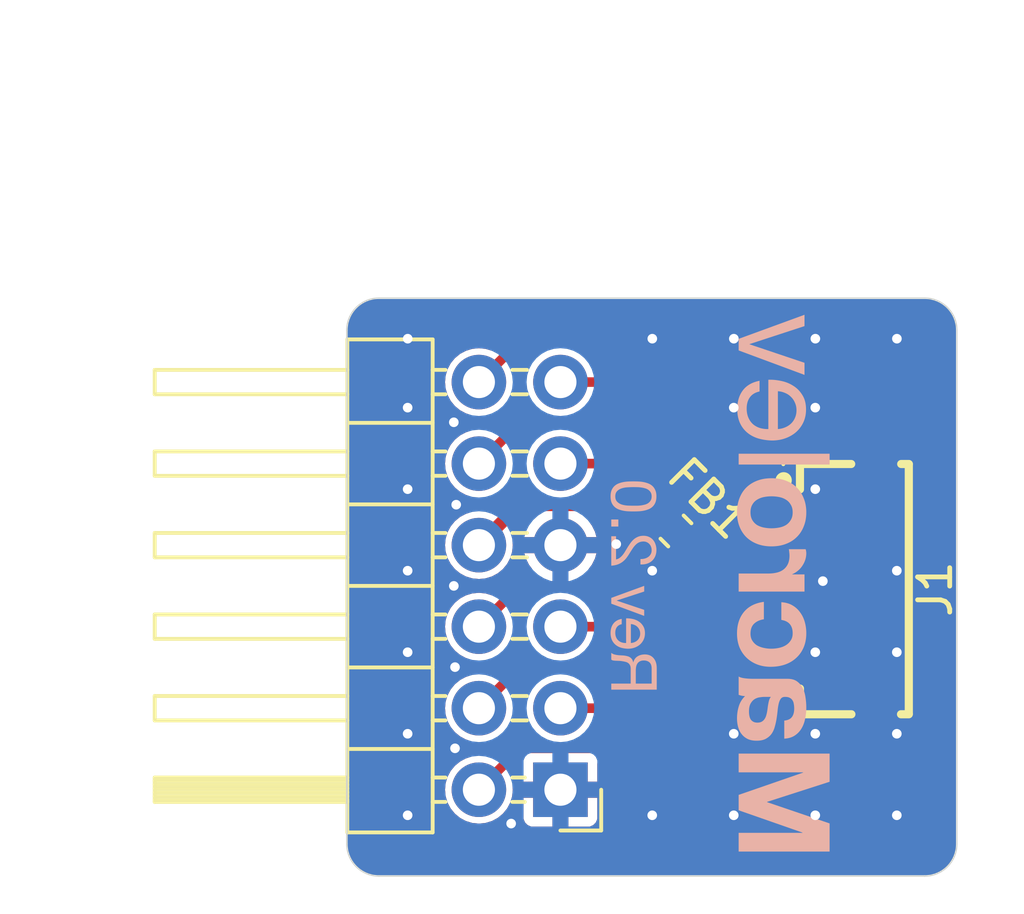
<source format=kicad_pcb>
(kicad_pcb (version 20240108) (generator "pcbnew") (generator_version "8.0")
  (layers (0 "F.Cu" mixed) (31 "B.Cu" mixed) (34 "B.Paste" user) (35 "F.Paste" user) (36 "B.SilkS" user "B.Silkscreen") (37 "F.SilkS" user "F.Silkscreen") (38 "B.Mask" user) (39 "F.Mask" user) (44 "Edge.Cuts" user))
  (net 0 "")
  (net 1 "GND")
  (net 2 "/SELECT1")
  (net 3 "/ADC2")
  (net 4 "/SELECT3")
  (net 5 "/ADC3")
  (net 6 "+3.3VA")
  (net 7 "/ADC1")
  (net 8 "/ADC0")
  (net 9 "/SELECT0")
  (net 10 "/SELECT2")
  (net 11 "/ADC4")
  (net 12 "+3.3V")
  (footprint "Inductor_SMD:L_0603_1608Metric_Pad1.05x0.95mm_HandSolder" (layer "F.Cu") (at 167.766363 55.43843 -45)
    (property "Reference" "FB1")
    (property "Value" "120R")
  )
  (footprint "Connector_Wire:SolderWirePad_1x01_SMD_1x2mm" (layer "F.Cu") (at 174.910107 51.568902 -90)
    (property "Reference" "REF**" (hide yes))
    (property "Value" "SolderWirePad_1x01_SMD_1x2mm")
  )
  (footprint "JLCPCB:FPC-SMD_12P-P0.50_HCTL_HC-FPC-05-10-12RLTAG" (layer "F.Cu") (at 172.599958 57.244985 -90)
    (property "Reference" "J1")
    (property "Value" "HC-FPC-05-10-12RLTAG")
  )
  (footprint "Connector_PinHeader_2.54mm:PinHeader_2x06_P2.54mm_Horizontal" (layer "F.Cu") (at 164.167208 63.499952 180)
    (property "Reference" "J2" (hide yes))
    (property "Value" "Conn_02x06_Odd_Even")
  )
  (gr_poly (pts (xy 167.157529 56.005958) (xy 167.156228 55.983695) (xy 167.154056 55.961804) (xy 167.151018 55.940289) (xy 167.147113 55.919141) (xy 167.142336 55.898367) (xy 167.136693 55.877967) (xy 167.130183 55.857936) (xy 167.126855 55.847852) (xy 167.12333 55.837937) (xy 167.119602 55.828193) (xy 167.115671 55.818621) (xy 167.111539 55.809217) (xy 167.107206 55.799986) (xy 167.102672 55.790925) (xy 167.097936 55.782033) (xy 167.092998 55.773313) (xy 167.087859 55.764765) (xy 167.082518 55.756385) (xy 167.076976 55.748174) (xy 167.071232 55.740137) (xy 167.065286 55.732269) (xy 167.05914 55.724571) (xy 167.052791 55.717045) (xy 167.04649 55.709705) (xy 167.039986 55.702565) (xy 167.033281 55.695626) (xy 167.026374 55.688892) (xy 167.019267 55.682359) (xy 167.011958 55.676025) (xy 167.004447 55.669893) (xy 166.996733 55.663964) (xy 166.988819 55.658235) (xy 166.980704 55.652709) (xy 166.972386 55.647383) (xy 166.963867 55.64226) (xy 166.955146 55.637338) (xy 166.946224 55.632618) (xy 166.937102 55.628098) (xy 166.927777 55.623782) (xy 166.918258 55.619455) (xy 166.908552 55.615409) (xy 166.898662 55.611642) (xy 166.888585 55.608155) (xy 166.878322 55.604944) (xy 166.867874 55.602013) (xy 166.857238 55.599362) (xy 166.846418 55.596991) (xy 166.83541 55.594899) (xy 166.824216 55.593085) (xy 166.812837 55.591551) (xy 166.801273 55.590294) (xy 166.789521 55.589316) (xy 166.777585 55.588619) (xy 166.765461 55.588201) (xy 166.753151 55.588061) (xy 166.741579 55.588178) (xy 166.730177 55.588527) (xy 166.718944 55.589106) (xy 166.707882 55.589922) (xy 166.696991 55.590969) (xy 166.686272 55.592247) (xy 166.675722 55.59376) (xy 166.665342 55.595504) (xy 166.655134 55.597479) (xy 166.645095 55.599689) (xy 166.635228 55.60213) (xy 166.62553 55.604805) (xy 166.616004 55.60771) (xy 166.606649 55.610851) (xy 166.597463 55.614221) (xy 166.588448 55.617827) (xy 166.579572 55.621377) (xy 166.570805 55.625081) (xy 166.562148 55.628943) (xy 166.553597 55.632958) (xy 166.545156 55.637128) (xy 166.536823 55.641454) (xy 166.528599 55.645935) (xy 166.520483 55.650568) (xy 166.512477 55.655361) (xy 166.504578 55.660304) (xy 166.496789 55.665405) (xy 166.489105 55.670661) (xy 166.481532 55.676071) (xy 166.474066 55.681636) (xy 166.466711 55.687358) (xy 166.459464 55.693235) (xy 166.445728 55.705358) (xy 166.432303 55.717914) (xy 166.419189 55.730905) (xy 166.406381 55.744331) (xy 166.393887 55.758191) (xy 166.381702 55.772485) (xy 166.369826 55.787212) (xy 166.35826 55.802373) (xy 166.346912 55.817815) (xy 166.335688 55.833381) (xy 166.324589 55.84907) (xy 166.313612 55.864882) (xy 166.30276 55.880818) (xy 166.292032 55.89688) (xy 166.281428 55.913065) (xy 166.270948 55.929373) (xy 166.191573 56.060343) (xy 166.182054 56.076558) (xy 166.172349 56.092463) (xy 166.162458 56.108061) (xy 166.152381 56.123345) (xy 166.142118 56.138321) (xy 166.131669 56.152987) (xy 166.121035 56.167342) (xy 166.110214 56.181389) (xy 166.099176 56.194568) (xy 166.08789 56.207311) (xy 166.076355 56.219619) (xy 166.064573 56.231496) (xy 166.052542 56.242936) (xy 166.040264 56.253945) (xy 166.027738 56.264516) (xy 166.014963 56.274656) (xy 166.008701 56.279267) (xy 166.002313 56.283678) (xy 165.995802 56.287887) (xy 165.989166 56.291896) (xy 165.982408 56.295702) (xy 165.975524 56.299305) (xy 165.968517 56.302707) (xy 165.961385 56.305909) (xy 165.954129 56.308909) (xy 165.94675 56.311708) (xy 165.939247 56.314302) (xy 165.93162 56.316698) (xy 165.923868 56.318892) (xy 165.915993 56.320884) (xy 165.907993 56.322675) (xy 165.89987 56.324266) (xy 165.899871 55.601952) (xy 165.751042 55.601952) (xy 165.751041 56.520718) (xy 165.781707 56.517865) (xy 165.811193 56.514269) (xy 165.839501 56.509926) (xy 165.866632 56.504843) (xy 165.892584 56.499014) (xy 165.917357 56.49244) (xy 165.940952 56.485122) (xy 165.963371 56.477061) (xy 165.985322 56.467854) (xy 166.006531 56.458087) (xy 166.026995 56.44776) (xy 166.046713 56.436878) (xy 166.065689 56.425436) (xy 166.083921 56.413437) (xy 166.101408 56.400881) (xy 166.109872 56.394394) (xy 166.118151 56.387763) (xy 166.134274 56.374153) (xy 166.149901 56.360107) (xy 166.157528 56.35292) (xy 166.165032 56.345627) (xy 166.172412 56.338225) (xy 166.179666 56.330714) (xy 166.186798 56.323095) (xy 166.193805 56.315367) (xy 166.200689 56.307529) (xy 166.207449 56.299584) (xy 166.214083 56.29153) (xy 166.220594 56.283367) (xy 166.226982 56.275097) (xy 166.233244 56.266718) (xy 166.245554 56.249758) (xy 166.257677 56.23261) (xy 166.269615 56.21528) (xy 166.281366 56.197761) (xy 166.29293 56.180055) (xy 166.30431 56.162166) (xy 166.315503 56.144091) (xy 166.32651 56.125827) (xy 166.353671 56.082544) (xy 166.379592 56.041986) (xy 166.404274 56.00416) (xy 166.427713 55.969063) (xy 166.439621 55.952566) (xy 166.451526 55.936815) (xy 166.463432 55.921809) (xy 166.475339 55.907546) (xy 166.487246 55.894025) (xy 166.499151 55.881253) (xy 166.511058 55.869222) (xy 166.522963 55.857936) (xy 166.528946 55.852323) (xy 166.534994 55.846899) (xy 166.541103 55.841657) (xy 166.547273 55.836603) (xy 166.553504 55.831737) (xy 166.559799 55.827054) (xy 166.566154 55.822557) (xy 166.572574 55.818249) (xy 166.579054 55.814125) (xy 166.585595 55.810188) (xy 166.592199 55.806436) (xy 166.598866 55.802871) (xy 166.605594 55.799488) (xy 166.612385 55.796298) (xy 166.619237 55.79329) (xy 166.626151 55.790469) (xy 166.633167 55.787584) (xy 166.640322 55.784886) (xy 166.647617 55.782374) (xy 166.655049 55.78005) (xy 166.662622 55.77791) (xy 166.670334 55.775957) (xy 166.678186 55.77419) (xy 166.686179 55.772608) (xy 166.694309 55.771211) (xy 166.70258 55.770001) (xy 166.710991 55.768981) (xy 166.71954 55.768142) (xy 166.72823 55.767493) (xy 166.73706 55.767026) (xy 166.746028 55.766748) (xy 166.755135 55.766652) (xy 166.762283 55.766738) (xy 166.769336 55.766995) (xy 166.776297 55.767423) (xy 166.783165 55.768019) (xy 166.789939 55.768787) (xy 166.796621 55.769723) (xy 166.803212 55.770832) (xy 166.809707 55.772111) (xy 166.816108 55.77356) (xy 166.822418 55.775182) (xy 166.828634 55.776973) (xy 166.834758 55.778932) (xy 166.840789 55.781065) (xy 166.846724 55.783366) (xy 166.852572 55.785841) (xy 166.858323 55.788482) (xy 166.864223 55.791273) (xy 166.870012 55.794189) (xy 166.875694 55.797226) (xy 166.881267 55.800389) (xy 166.886732 55.803677) (xy 166.892089 55.807086) (xy 166.897337 55.81062) (xy 166.902475 55.81428) (xy 166.907507 55.818063) (xy 166.912428 55.821969) (xy 166.917242 55.826) (xy 166.921948 55.830154) (xy 166.926544 55.834435) (xy 166.931032 55.838837) (xy 166.935412 55.843364) (xy 166.939682 55.848014) (xy 166.943837 55.852533) (xy 166.947869 55.857161) (xy 166.951775 55.861899) (xy 166.955558 55.866741) (xy 166.959216 55.871695) (xy 166.96275 55.876758) (xy 166.966161 55.881926) (xy 166.969449 55.887206) (xy 166.97261 55.892592) (xy 166.975649 55.898088) (xy 166.978563 55.903693) (xy 166.981354 55.909406) (xy 166.98402 55.915226) (xy 166.986564 55.921157) (xy 166.988981 55.927195) (xy 166.991276 55.933342) (xy 166.993438 55.939568) (xy 166.995462 55.945838) (xy 166.997346 55.952155) (xy 166.999089 55.95852) (xy 167.000694 55.964929) (xy 167.00216 55.971387) (xy 167.003485 55.977889) (xy 167.004671 55.984439) (xy 167.005717 55.991037) (xy 167.006623 55.997681) (xy 167.00739 56.004368) (xy 167.008019 56.011105) (xy 167.008507 56.017889) (xy 167.008856 56.024717) (xy 167.009065 56.031591) (xy 167.009136 56.038515) (xy 167.009011 56.047615) (xy 167.008641 56.056558) (xy 167.008019 56.06535) (xy 167.007151 56.073984) (xy 167.006035 56.082465) (xy 167.004671 56.09079) (xy 167.003058 56.098959) (xy 167.001198 56.106975) (xy 166.999089 56.114835) (xy 166.996733 56.122539) (xy 166.994128 56.130091) (xy 166.991276 56.137485) (xy 166.988175 56.144726) (xy 166.984828 56.15181) (xy 166.98123 56.15874) (xy 166.977385 56.165514) (xy 166.973588 56.171895) (xy 166.969634 56.178133) (xy 166.965528 56.184234) (xy 166.961263 56.190196) (xy 166.956845 56.196017) (xy 166.95227 56.201699) (xy 166.947543 56.207241) (xy 166.942659 56.212644) (xy 166.937621 56.217907) (xy 166.932426 56.223031) (xy 166.927078 56.228016) (xy 166.921574 56.232859) (xy 166.915916 56.237564) (xy 166.910103 56.242128) (xy 166.904135 56.246556) (xy 166.898011 56.250842) (xy 166.891755 56.254989) (xy 166.885391 56.258998) (xy 166.878918 56.262865) (xy 166.872338 56.266594) (xy 166.865647 56.270183) (xy 166.85885 56.273632) (xy 166.851943 56.276942) (xy 166.844928 56.280112) (xy 166.837805 56.283142) (xy 166.830573 56.286034) (xy 166.823232 56.288787) (xy 166.815784 56.291396) (xy 166.808225 56.293871) (xy 166.800559 56.296203) (xy 166.792785 56.298399) (xy 166.784901 56.300452) (xy 166.769491 56.303677) (xy 166.75402 56.306405) (xy 166.738486 56.308639) (xy 166.722889 56.310374) (xy 166.707232 56.311613) (xy 166.691511 56.312356) (xy 166.675729 56.312606) (xy 166.659885 56.312356) (xy 166.659886 56.48103) (xy 166.686426 56.481991) (xy 166.712471 56.481898) (xy 166.73802 56.48075) (xy 166.763073 56.478549) (xy 166.775413 56.477054) (xy 166.787629 56.475294) (xy 166.799723 56.473272) (xy 166.81169 56.470982) (xy 166.823535 56.468433) (xy 166.835255 56.46562) (xy 166.846852 56.462542) (xy 166.858323 56.459201) (xy 166.869633 56.455614) (xy 166.88074 56.451792) (xy 166.891648 56.447736) (xy 166.902351 56.443452) (xy 166.912855 56.43893) (xy 166.923156 56.43418) (xy 166.933256 56.429195) (xy 166.943156 56.423979) (xy 166.952852 56.41853) (xy 166.962348 56.412848) (xy 166.971643 56.406933) (xy 166.980735 56.400787) (xy 166.989625 56.394407) (xy 166.998314 56.387797) (xy 167.006802 56.380949) (xy 167.015088 56.373873) (xy 167.023405 56.366325) (xy 167.03149 56.358555) (xy 167.039342 56.350573) (xy 167.046962 56.342372) (xy 167.054349 56.333954) (xy 167.061504 56.325318) (xy 167.068426 56.316465) (xy 167.075116 56.307398) (xy 167.081573 56.29811) (xy 167.087797 56.288608) (xy 167.093789 56.278887) (xy 167.099549 56.268949) (xy 167.105075 56.258796) (xy 167.110371 56.248423) (xy 167.115431 56.237837) (xy 167.120261 56.22703) (xy 167.124826 56.216022) (xy 167.129098 56.20483) (xy 167.133073 56.193452) (xy 167.136755 56.181885) (xy 167.140144 56.170134) (xy 167.143235 56.158197) (xy 167.146035 56.146073) (xy 167.148538 56.133764) (xy 167.150746 56.121269) (xy 167.152663 56.108587) (xy 167.154282 56.095719) (xy 167.155607 56.082666) (xy 167.156638 56.069426) (xy 167.157374 56.056002) (xy 167.157816 56.042389) (xy 167.157963 56.028592)) (stroke (width -0.000001)) (fill solid) (layer "B.SilkS"))
  (gr_poly (pts (xy 171.81881 51.622178) (xy 171.817461 51.589061) (xy 171.815216 51.556692) (xy 171.812067 51.525067) (xy 171.808021 51.494186) (xy 171.803075 51.464048) (xy 171.79723 51.434653) (xy 171.790487 51.406005) (xy 171.782843 51.378098) (xy 171.774302 51.350939) (xy 171.764861 51.324521) (xy 171.75452 51.298846) (xy 171.743281 51.273918) (xy 171.731141 51.249734) (xy 171.718104 51.226294) (xy 171.704167 51.203598) (xy 171.690027 51.181071) (xy 171.675394 51.159137) (xy 171.660262 51.137788) (xy 171.644635 51.117029) (xy 171.628512 51.09686) (xy 171.611893 51.077279) (xy 171.594777 51.058289) (xy 171.577166 51.039888) (xy 171.55906 51.022075) (xy 171.540455 51.00485) (xy 171.521357 50.988216) (xy 171.501761 50.972171) (xy 171.481668 50.956713) (xy 171.46108 50.941847) (xy 171.439996 50.92757) (xy 171.418417 50.91388) (xy 171.396464 50.900269) (xy 171.374264 50.887213) (xy 171.351816 50.874719) (xy 171.329119 50.862781) (xy 171.306175 50.851403) (xy 171.282983 50.84058) (xy 171.259542 50.83032) (xy 171.235855 50.820614) (xy 171.211918 50.811468) (xy 171.187734 50.80288) (xy 171.163301 50.794849) (xy 171.138619 50.787376) (xy 171.113691 50.780461) (xy 171.088515 50.774106) (xy 171.063089 50.768306) (xy 171.037416 50.763067) (xy 170.986132 50.752961) (xy 170.935469 50.744464) (xy 170.885425 50.73758) (xy 170.836002 50.73231) (xy 170.7872 50.72865) (xy 170.739016 50.726605) (xy 170.691453 50.726171) (xy 170.64451 50.727346) (xy 170.64451 52.263253) (xy 170.610962 52.263626) (xy 170.577785 52.262759) (xy 170.544982 52.260649) (xy 170.512549 52.257301) (xy 170.480489 52.252714) (xy 170.448801 52.246884) (xy 170.417485 52.239812) (xy 170.386541 52.231505) (xy 170.371751 52.22687) (xy 170.357149 52.221893) (xy 170.34273 52.216576) (xy 170.328499 52.210918) (xy 170.314454 52.204917) (xy 170.300595 52.198575) (xy 170.286918 52.191895) (xy 170.273433 52.184872) (xy 170.260131 52.177508) (xy 170.247015 52.169804) (xy 170.234085 52.161756) (xy 170.221342 52.15337) (xy 170.208786 52.144641) (xy 170.196413 52.135571) (xy 170.184228 52.126161) (xy 170.17223 52.11641) (xy 170.160959 52.106318) (xy 170.149966 52.095884) (xy 170.139254 52.08511) (xy 170.12882 52.073996) (xy 170.118666 52.062538) (xy 170.108792 52.050741) (xy 170.099194 52.038602) (xy 170.089879 52.026121) (xy 170.08084 52.013301) (xy 170.07208 52.000139) (xy 170.0636 51.986636) (xy 170.055399 51.972791) (xy 170.047478 51.958607) (xy 170.039834 51.944078) (xy 170.032471 51.929213) (xy 170.025385 51.914005) (xy 170.018657 51.898455) (xy 170.012363 51.882564) (xy 170.006503 51.866334) (xy 170.001077 51.84976) (xy 169.996084 51.832846) (xy 169.991527 51.815592) (xy 169.987403 51.797997) (xy 169.983713 51.780059) (xy 169.980458 51.761781) (xy 169.977636 51.743163) (xy 169.975249 51.724203) (xy 169.973296 51.7049) (xy 169.971776 51.68526) (xy 169.970691 51.665275) (xy 169.97004 51.64495) (xy 169.969822 51.624285) (xy 169.970211 51.597807) (xy 169.971373 51.571949) (xy 169.973311 51.54671) (xy 169.976024 51.522092) (xy 169.979513 51.498091) (xy 169.983775 51.474714) (xy 169.988813 51.451956) (xy 169.994627 51.429817) (xy 170.001217 51.408299) (xy 170.00858 51.3874) (xy 170.016719 51.367122) (xy 170.025633 51.347466) (xy 170.035322 51.328427) (xy 170.045789 51.310009) (xy 170.057026 51.292213) (xy 170.069042 51.275035) (xy 170.081847 51.258046) (xy 170.095458 51.241798) (xy 170.109876 51.226294) (xy 170.125101 51.211536) (xy 170.14113 51.197519) (xy 170.157967 51.184252) (xy 170.175606 51.171723) (xy 170.194057 51.159942) (xy 170.213312 51.148904) (xy 170.233372 51.13861) (xy 170.254239 51.129059) (xy 170.275912 51.120255) (xy 170.298392 51.112193) (xy 170.321678 51.104876) (xy 170.345768 51.098302) (xy 170.370666 51.092472) (xy 170.370666 50.759098) (xy 170.328173 50.768168) (xy 170.287013 50.778508) (xy 170.247186 50.79012) (xy 170.208693 50.803003) (xy 170.171531 50.817157) (xy 170.135705 50.832583) (xy 170.10121 50.849277) (xy 170.068049 50.867245) (xy 170.036222 50.886486) (xy 170.005725 50.906995) (xy 169.976566 50.928779) (xy 169.948739 50.951831) (xy 169.922244 50.976155) (xy 169.897084 51.001752) (xy 169.873256 51.028616) (xy 169.85076 51.056755) (xy 169.829614 51.085993) (xy 169.809832 51.116161) (xy 169.791415 51.14726) (xy 169.774363 51.179289) (xy 169.758673 51.212248) (xy 169.744348 51.246139) (xy 169.731387 51.280958) (xy 169.719792 51.316708) (xy 169.709559 51.353388) (xy 169.700693 51.390998) (xy 169.693188 51.429537) (xy 169.68705 51.469007) (xy 169.682274 51.509409) (xy 169.678865 51.55074) (xy 169.676817 51.593001) (xy 169.676137 51.636191) (xy 169.676445 51.666702) (xy 169.677376 51.696715) (xy 169.678926 51.726232) (xy 169.681097 51.755253) (xy 169.683888 51.78378) (xy 169.687297 51.811809) (xy 169.691328 51.83934) (xy 169.695979 51.866379) (xy 169.701252 51.892919) (xy 169.707141 51.918964) (xy 169.713652 51.944513) (xy 169.720783 51.969568) (xy 169.728535 51.994123) (xy 169.736906 52.018184) (xy 169.745899 52.041749) (xy 169.75551 52.064816) (xy 169.76568 52.086925) (xy 169.776346 52.108597) (xy 169.787508 52.129835) (xy 169.799166 52.150641) (xy 169.811321 52.171012) (xy 169.823972 52.19095) (xy 169.837117 52.210451) (xy 169.85076 52.229518) (xy 169.864899 52.248156) (xy 169.879533 52.266354) (xy 169.894665 52.284122) (xy 169.910291 52.301455) (xy 169.926415 52.318352) (xy 169.943033 52.334817) (xy 169.960149 52.350847) (xy 169.97776 52.366443) (xy 169.995837 52.38159) (xy 170.014349 52.39627) (xy 170.033292 52.410489) (xy 170.052671 52.424241) (xy 170.072484 52.437529) (xy 170.09273 52.450351) (xy 170.113412 52.462711) (xy 170.134527 52.474604) (xy 170.156075 52.486033) (xy 170.178058 52.496995) (xy 170.200475 52.507493) (xy 170.223328 52.517524) (xy 170.246612 52.527092) (xy 170.27033 52.536193) (xy 170.294485 52.544829) (xy 170.319074 52.553) (xy 170.36924 52.567076) (xy 170.420524 52.579542) (xy 170.472924 52.590391) (xy 170.526441 52.599633) (xy 170.581072 52.607258) (xy 170.63682 52.613273) (xy 170.693685 52.617679) (xy 170.751666 52.620469) (xy 170.809585 52.619351) (xy 170.866266 52.616003) (xy 170.921703 52.610424) (xy 170.942166 52.607472) (xy 170.942166 52.263252) (xy 170.942166 51.084536) (xy 170.957003 51.085683) (xy 170.971747 51.08714) (xy 170.986397 51.088908) (xy 171.000954 51.090986) (xy 171.015418 51.093372) (xy 171.029791 51.096069) (xy 171.044069 51.099077) (xy 171.058252 51.102394) (xy 171.072344 51.106023) (xy 171.086343 51.10996) (xy 171.100251 51.114208) (xy 171.114063 51.118765) (xy 171.127783 51.123632) (xy 171.141411 51.128812) (xy 171.154944 51.134301) (xy 171.168385 51.140098) (xy 171.181656 51.145696) (xy 171.194678 51.151569) (xy 171.207452 51.157726) (xy 171.219979 51.164157) (xy 171.232258 51.170871) (xy 171.244288 51.177864) (xy 171.256068 51.185134) (xy 171.267604 51.192683) (xy 171.278891 51.200514) (xy 171.289929 51.20862) (xy 171.300718 51.217008) (xy 171.311261 51.225674) (xy 171.321554 51.234621) (xy 171.331599 51.243843) (xy 171.341398 51.253348) (xy 171.350948 51.263128) (xy 171.36073 51.272678) (xy 171.370234 51.282478) (xy 171.379456 51.292523) (xy 171.388402 51.302815) (xy 171.397069 51.313359) (xy 171.405456 51.324147) (xy 171.413564 51.335187) (xy 171.421393 51.346474) (xy 171.428945 51.358006) (xy 171.436214 51.36979) (xy 171.443206 51.38182) (xy 171.44992 51.394096) (xy 171.456352 51.406624) (xy 171.462506 51.419398) (xy 171.468382 51.43242) (xy 171.473979 51.445692) (xy 171.479746 51.458683) (xy 171.485141 51.471861) (xy 171.490164 51.485223) (xy 171.494815 51.498774) (xy 171.499094 51.512509) (xy 171.503 51.526429) (xy 171.506535 51.54054) (xy 171.509697 51.554832) (xy 171.512489 51.569313) (xy 171.514907 51.583977) (xy 171.516954 51.59883) (xy 171.518627 51.613867) (xy 171.519929 51.629091) (xy 171.520859 51.644501) (xy 171.521418 51.660097) (xy 171.521604 51.675879) (xy 171.521418 51.692159) (xy 171.52086 51.708249) (xy 171.51993 51.724156) (xy 171.518627 51.739875) (xy 171.516954 51.755409) (xy 171.514907 51.770757) (xy 171.512488 51.785919) (xy 171.509697 51.800895) (xy 171.506537 51.815684) (xy 171.503 51.830287) (xy 171.499094 51.844705) (xy 171.494816 51.858938) (xy 171.490164 51.872985) (xy 171.485142 51.886842) (xy 171.479746 51.900516) (xy 171.473979 51.914006) (xy 171.468382 51.926795) (xy 171.462506 51.939366) (xy 171.456352 51.951723) (xy 171.449919 51.963861) (xy 171.443206 51.975784) (xy 171.436215 51.987487) (xy 171.428944 51.998975) (xy 171.421393 52.010247) (xy 171.413565 52.021301) (xy 171.405456 52.032138) (xy 171.397069 52.042755) (xy 171.388402 52.053157) (xy 171.379456 52.063343) (xy 171.370233 52.073314) (xy 171.36073 52.083062) (xy 171.350947 52.092598) (xy 171.340918 52.1019) (xy 171.330671 52.110955) (xy 171.320205 52.119758) (xy 171.309525 52.128318) (xy 171.298625 52.136626) (xy 171.28751 52.144689) (xy 171.276177 52.1525) (xy 171.264629 52.160066) (xy 171.252861 52.167385) (xy 171.240877 52.174455) (xy 171.228677 52.181275) (xy 171.216259 52.187848) (xy 171.203623 52.194172) (xy 171.190771 52.200251) (xy 171.177702 52.206079) (xy 171.164416 52.21166) (xy 171.151457 52.216978) (xy 171.138371 52.222017) (xy 171.125163 52.226776) (xy 171.11183 52.231256) (xy 171.098374 52.235457) (xy 171.084794 52.23938) (xy 171.071089 52.243023) (xy 171.05726 52.246385) (xy 171.043307 52.249473) (xy 171.029232 52.252278) (xy 171.015031 52.254805) (xy 171.000706 52.257052) (xy 170.986256 52.259022) (xy 170.971684 52.260712) (xy 170.956987 52.262122) (xy 170.942166 52.263252) (xy 170.942166 52.607472) (xy 170.9759 52.602608) (xy 171.002532 52.597864) (xy 171.028858 52.592564) (xy 171.054873 52.586704) (xy 171.080574 52.580284) (xy 171.10597 52.573307) (xy 171.131054 52.565772) (xy 171.15583 52.55768) (xy 171.180292 52.54903) (xy 171.204398 52.539882) (xy 171.228102 52.530303) (xy 171.251403 52.520286) (xy 171.2743 52.509835) (xy 171.296797 52.498949) (xy 171.318887 52.487631) (xy 171.340576 52.475877) (xy 171.361864 52.463687) (xy 171.382744 52.451068) (xy 171.403224 52.438012) (xy 171.4233 52.424521) (xy 171.442973 52.410596) (xy 171.462243 52.396239) (xy 171.48111 52.381449) (xy 171.499574 52.366225) (xy 171.517635 52.350567) (xy 171.535247 52.334025) (xy 171.552361 52.317142) (xy 171.568982 52.299919) (xy 171.585105 52.282353) (xy 171.600732 52.264448) (xy 171.615863 52.2462) (xy 171.630496 52.227613) (xy 171.644635 52.208684) (xy 171.658277 52.189413) (xy 171.671425 52.169804) (xy 171.684075 52.149852) (xy 171.696229 52.129555) (xy 171.707888 52.108923) (xy 171.71905 52.087948) (xy 171.729715 52.066631) (xy 171.739885 52.044973) (xy 171.749498 52.022525) (xy 171.758489 51.999829) (xy 171.76686 51.976885) (xy 171.774611 51.953693) (xy 171.781743 51.930252) (xy 171.788254 51.906563) (xy 171.794146 51.882627) (xy 171.799416 51.85844) (xy 171.804067 51.83401) (xy 171.808098 51.809329) (xy 171.811508 51.7844) (xy 171.814297 51.759222) (xy 171.816469 51.733798) (xy 171.818021 51.708125) (xy 171.81895 51.682204) (xy 171.819261 51.656036)) (stroke (width -0.000001)) (fill solid) (layer "B.SilkS"))
  (gr_poly (pts (xy 171.826887 54.828793) (xy 171.825958 54.799091) (xy 171.824407 54.76976) (xy 171.822236 54.740801) (xy 171.819446 54.712213) (xy 171.816035 54.683998) (xy 171.812006 54.656153) (xy 171.807355 54.628683) (xy 171.802083 54.601584) (xy 171.796192 54.574856) (xy 171.78968 54.548501) (xy 171.782549 54.522517) (xy 171.774797 54.496908) (xy 171.766427 54.471668) (xy 171.757435 54.446802) (xy 171.747822 54.422307) (xy 171.738133 54.397735) (xy 171.727918 54.373627) (xy 171.717174 54.349986) (xy 171.705901 54.326808) (xy 171.694107 54.304096) (xy 171.68178 54.281851) (xy 171.668928 54.26007) (xy 171.655549 54.23875) (xy 171.641643 54.217902) (xy 171.627211 54.197516) (xy 171.61225 54.177594) (xy 171.596762 54.158137) (xy 171.580747 54.139144) (xy 171.564206 54.12062) (xy 171.547138 54.102559) (xy 171.529542 54.084962) (xy 171.51193 54.067848) (xy 171.493822 54.051228) (xy 171.475219 54.035106) (xy 171.45612 54.019479) (xy 171.436526 54.004347) (xy 171.416432 53.989714) (xy 171.395845 53.975574) (xy 171.37476 53.961931) (xy 171.35318 53.948786) (xy 171.331104 53.936135) (xy 171.308531 53.923982) (xy 171.285463 53.912324) (xy 171.2619 53.901161) (xy 171.237838 53.890495) (xy 171.213282 53.880325) (xy 171.188229 53.870652) (xy 171.163238 53.861519) (xy 171.137875 53.852978) (xy 171.11214 53.845025) (xy 171.086034 53.837661) (xy 171.059556 53.830885) (xy 171.032705 53.8247) (xy 171.00548 53.819104) (xy 170.977885 53.814097) (xy 170.949918 53.80968) (xy 170.921578 53.80585) (xy 170.892868 53.802608) (xy 170.863784 53.799957) (xy 170.834328 53.797895) (xy 170.8045 53.796423) (xy 170.774301 53.795539) (xy 170.743731 53.795244) (xy 170.682957 53.796425) (xy 170.623674 53.799957) (xy 170.565879 53.805848) (xy 170.53754 53.809679) (xy 170.509573 53.814097) (xy 170.481978 53.819105) (xy 170.454754 53.824702) (xy 170.427904 53.830884) (xy 170.401424 53.837662) (xy 170.375318 53.845025) (xy 170.349583 53.852979) (xy 170.324219 53.861519) (xy 170.299229 53.870652) (xy 170.274641 53.880324) (xy 170.250488 53.890495) (xy 170.226769 53.901162) (xy 170.203482 53.912322) (xy 170.180631 53.923981) (xy 170.158214 53.936135) (xy 170.13623 53.948786) (xy 170.114682 53.961931) (xy 170.093568 53.975574) (xy 170.072887 53.989713) (xy 170.052639 54.004348) (xy 170.032826 54.01948) (xy 170.013448 54.035106) (xy 169.994503 54.051228) (xy 169.975993 54.067849) (xy 169.957916 54.084962) (xy 169.940802 54.102559) (xy 169.924182 54.12062) (xy 169.908059 54.139144) (xy 169.892432 54.158137) (xy 169.877301 54.177593) (xy 169.862666 54.197515) (xy 169.848529 54.217901) (xy 169.834886 54.238752) (xy 169.821739 54.260067) (xy 169.809089 54.281851) (xy 169.796934 54.304098) (xy 169.785276 54.326808) (xy 169.774114 54.349986) (xy 169.763448 54.373627) (xy 169.753279 54.397735) (xy 169.743604 54.422307) (xy 169.734473 54.446802) (xy 169.72593 54.471668) (xy 169.717977 54.496907) (xy 169.710613 54.522517) (xy 169.70384 54.548501) (xy 169.697653 54.574854) (xy 169.692057 54.601583) (xy 169.68705 54.628683) (xy 169.682632 54.656154) (xy 169.678803 54.683996) (xy 169.675562 54.712213) (xy 169.672911 54.7408) (xy 169.670849 54.769759) (xy 169.669377 54.799091) (xy 169.668492 54.828793) (xy 169.668198 54.858871) (xy 169.669376 54.918648) (xy 169.672911 54.976939) (xy 169.675562 55.005528) (xy 169.678803 55.033744) (xy 169.682631 55.061586) (xy 169.687049 55.089058) (xy 169.692057 55.116156) (xy 169.697653 55.142882) (xy 169.703839 55.169238) (xy 169.710613 55.19522) (xy 169.717978 55.220833) (xy 169.725931 55.246072) (xy 169.734473 55.270937) (xy 169.743605 55.295433) (xy 169.753279 55.319523) (xy 169.763448 55.34318) (xy 169.774114 55.366405) (xy 169.785276 55.389195) (xy 169.796937 55.411548) (xy 169.80909 55.433469) (xy 169.821739 55.454956) (xy 169.834885 55.47601) (xy 169.848528 55.49663) (xy 169.862666 55.516815) (xy 169.877302 55.536563) (xy 169.892432 55.555881) (xy 169.908059 55.574762) (xy 169.924182 55.593213) (xy 169.940801 55.611225) (xy 169.957916 55.628806) (xy 169.975993 55.64592) (xy 169.994503 55.662541) (xy 170.013448 55.678664) (xy 170.032827 55.694291) (xy 170.052639 55.709421) (xy 170.072887 55.724056) (xy 170.093567 55.738196) (xy 170.114682 55.751839) (xy 170.13623 55.764984) (xy 170.158214 55.777635) (xy 170.18063 55.78979) (xy 170.203482 55.801449) (xy 170.226768 55.812608) (xy 170.250487 55.823275) (xy 170.274641 55.833447) (xy 170.299228 55.84312) (xy 170.324219 55.852251) (xy 170.349584 55.860792) (xy 170.375318 55.868746) (xy 170.401424 55.876111) (xy 170.427903 55.882885) (xy 170.454754 55.88907) (xy 170.481977 55.894666) (xy 170.509574 55.899673) (xy 170.537541 55.904093) (xy 170.565879 55.907921) (xy 170.594591 55.911162) (xy 170.623675 55.913813) (xy 170.65313 55.915875) (xy 170.682957 55.917349) (xy 170.713158 55.918231) (xy 170.74373 55.918526) (xy 170.743729 55.354964) (xy 170.713033 55.354591) (xy 170.682463 55.353474) (xy 170.652013 55.351615) (xy 170.621691 55.34901) (xy 170.591491 55.345662) (xy 170.561416 55.341568) (xy 170.531464 55.336732) (xy 170.501635 55.33115) (xy 170.473174 55.3247) (xy 170.445328 55.31726) (xy 170.418105 55.308826) (xy 170.391502 55.299401) (xy 170.365519 55.288983) (xy 170.340158 55.277572) (xy 170.315414 55.26517) (xy 170.291292 55.251776) (xy 170.28002 55.244195) (xy 170.269029 55.236333) (xy 170.258316 55.228196) (xy 170.247883 55.219778) (xy 170.23773 55.211081) (xy 170.227853 55.202103) (xy 170.218257 55.192849) (xy 170.20894 55.183313) (xy 170.199902 55.173502) (xy 170.191144 55.163408) (xy 170.182662 55.153039) (xy 170.174462 55.142388) (xy 170.16654 55.131458) (xy 170.158896 55.120247) (xy 170.151533 55.10876) (xy 170.144447 55.096993) (xy 170.137719 55.084903) (xy 170.131425 55.072438) (xy 170.125567 55.059599) (xy 170.120139 55.046394) (xy 170.115148 55.032811) (xy 170.110589 55.018858) (xy 170.106465 55.004536) (xy 170.102776 54.989838) (xy 170.099521 54.974769) (xy 170.096699 54.95933) (xy 170.094311 54.943515) (xy 170.092358 54.927329) (xy 170.090838 54.910775) (xy 170.089754 54.893844) (xy 170.089104 54.876542) (xy 170.088885 54.85887) (xy 170.089102 54.841198) (xy 170.089753 54.823895) (xy 170.090838 54.806966) (xy 170.092358 54.79041) (xy 170.094311 54.774222) (xy 170.096699 54.758409) (xy 170.099521 54.74297) (xy 170.102777 54.727901) (xy 170.106463 54.713203) (xy 170.110589 54.69888) (xy 170.115147 54.684928) (xy 170.12014 54.671347) (xy 170.125566 54.658137) (xy 170.131426 54.645301) (xy 170.137719 54.632836) (xy 170.144447 54.620744) (xy 170.151532 54.608513) (xy 170.158896 54.596622) (xy 170.166541 54.585071) (xy 170.174461 54.573864) (xy 170.182662 54.562996) (xy 170.191142 54.55247) (xy 170.199902 54.542284) (xy 170.20894 54.53244) (xy 170.218257 54.522938) (xy 170.227853 54.513776) (xy 170.23773 54.504953) (xy 170.247884 54.496473) (xy 170.258316 54.488335) (xy 170.26903 54.480537) (xy 170.28002 54.473078) (xy 170.291292 54.465964) (xy 170.303276 54.458661) (xy 170.315414 54.451638) (xy 170.327708 54.444895) (xy 170.340158 54.43843) (xy 170.35276 54.432244) (xy 170.365519 54.426337) (xy 170.378434 54.420712) (xy 170.391502 54.415362) (xy 170.404726 54.410292) (xy 170.418104 54.405502) (xy 170.431639 54.40099) (xy 170.445328 54.396758) (xy 170.459172 54.392806) (xy 170.473173 54.389131) (xy 170.487326 54.385734) (xy 170.501635 54.382619) (xy 170.531464 54.377038) (xy 170.561416 54.372201) (xy 170.59149 54.368108) (xy 170.621691 54.364761) (xy 170.652014 54.362155) (xy 170.682461 54.360296) (xy 170.713033 54.359178) (xy 170.74373 54.358806) (xy 170.774424 54.359178) (xy 170.804998 54.360294) (xy 170.835444 54.362155) (xy 170.865768 54.36476) (xy 170.895968 54.368108) (xy 170.926043 54.372203) (xy 170.955995 54.377038) (xy 170.985822 54.382619) (xy 171.000597 54.385734) (xy 171.015155 54.389131) (xy 171.029495 54.392805) (xy 171.043617 54.396758) (xy 171.057524 54.400991) (xy 171.071213 54.405503) (xy 171.084685 54.410292) (xy 171.097941 54.415362) (xy 171.110978 54.420712) (xy 171.123798 54.426339) (xy 171.136402 54.432244) (xy 171.148789 54.438429) (xy 171.160959 54.444896) (xy 171.172912 54.451639) (xy 171.184647 54.458662) (xy 171.196167 54.465964) (xy 171.207437 54.473078) (xy 171.218428 54.480536) (xy 171.229141 54.488335) (xy 171.239574 54.496474) (xy 171.24973 54.504953) (xy 171.259604 54.513776) (xy 171.2692 54.522938) (xy 171.278519 54.532439) (xy 171.287556 54.542284) (xy 171.296316 54.552471) (xy 171.304795 54.562996) (xy 171.312996 54.573863) (xy 171.320919 54.585074) (xy 171.328561 54.596622) (xy 171.335926 54.608513) (xy 171.34301 54.620744) (xy 171.350219 54.632836) (xy 171.356964 54.645302) (xy 171.363241 54.658137) (xy 171.369056 54.671346) (xy 171.374404 54.684927) (xy 171.379287 54.69888) (xy 171.383706 54.713203) (xy 171.387658 54.727902) (xy 171.391146 54.74297) (xy 171.394171 54.758409) (xy 171.396729 54.774223) (xy 171.39882 54.79041) (xy 171.400449 54.806966) (xy 171.401612 54.823895) (xy 171.402308 54.841198) (xy 171.402541 54.85887) (xy 171.402308 54.876543) (xy 171.401611 54.893844) (xy 171.400449 54.910773) (xy 171.398822 54.92733) (xy 171.396727 54.943517) (xy 171.39417 54.959329) (xy 171.391147 54.97477) (xy 171.387658 54.989838) (xy 171.383705 55.004536) (xy 171.379287 55.018858) (xy 171.374403 55.032811) (xy 171.369055 55.046394) (xy 171.363241 55.059599) (xy 171.356963 55.072438) (xy 171.350219 55.084903) (xy 171.34301 55.096993) (xy 171.335925 55.10876) (xy 171.328562 55.120249) (xy 171.320918 55.131458) (xy 171.312996 55.142385) (xy 171.304795 55.153037) (xy 171.296315 55.16341) (xy 171.287556 55.173502) (xy 171.278518 55.183316) (xy 171.2692 55.192849) (xy 171.259605 55.202106) (xy 171.24973 55.211081) (xy 171.239575 55.219779) (xy 171.229141 55.228196) (xy 171.218429 55.236334) (xy 171.207437 55.244195) (xy 171.196167 55.251776) (xy 171.184647 55.258596) (xy 171.172912 55.265171) (xy 171.160959 55.271495) (xy 171.148789 55.277571) (xy 171.136402 55.283402) (xy 171.123798 55.288983) (xy 171.110978 55.294316) (xy 171.09794 55.299401) (xy 171.084685 55.304239) (xy 171.071213 55.308826) (xy 171.057523 55.313169) (xy 171.043618 55.31726) (xy 171.029495 55.321106) (xy 171.015155 55.324701) (xy 171.000596 55.32805) (xy 170.985822 55.33115) (xy 170.955995 55.336732) (xy 170.926043 55.34157) (xy 170.895967 55.345662) (xy 170.865768 55.34901) (xy 170.835445 55.351615) (xy 170.804997 55.353473) (xy 170.774424 55.354591) (xy 170.743729 55.354964) (xy 170.74373 55.918526) (xy 170.8045 55.917349) (xy 170.863783 55.913813) (xy 170.921578 55.907923) (xy 170.949918 55.904094) (xy 170.977883 55.899673) (xy 171.005481 55.894666) (xy 171.032704 55.88907) (xy 171.059555 55.882885) (xy 171.086034 55.87611) (xy 171.112141 55.868745) (xy 171.137876 55.860791) (xy 171.163238 55.852251) (xy 171.18823 55.84312) (xy 171.213282 55.833446) (xy 171.237839 55.823274) (xy 171.261901 55.812609) (xy 171.285463 55.801449) (xy 171.308531 55.78979) (xy 171.331105 55.777636) (xy 171.353181 55.764984) (xy 171.374761 55.751839) (xy 171.395844 55.738196) (xy 171.416432 55.724056) (xy 171.436525 55.709421) (xy 171.45612 55.694291) (xy 171.475219 55.678664) (xy 171.493822 55.662542) (xy 171.51193 55.645923) (xy 171.529542 55.628807) (xy 171.547137 55.611225) (xy 171.564206 55.593213) (xy 171.580747 55.574764) (xy 171.596763 55.555881) (xy 171.612249 55.536562) (xy 171.62721 55.516815) (xy 171.641643 55.496628) (xy 171.655549 55.47601) (xy 171.668929 55.454957) (xy 171.68178 55.433469) (xy 171.694105 55.411548) (xy 171.705902 55.389193) (xy 171.717173 55.366405) (xy 171.727919 55.34318) (xy 171.738133 55.319523) (xy 171.747823 55.295433) (xy 171.757434 55.270937) (xy 171.766426 55.246071) (xy 171.774797 55.220833) (xy 171.782549 55.19522) (xy 171.789679 55.169238) (xy 171.796193 55.142882) (xy 171.802083 55.116157) (xy 171.807354 55.089058) (xy 171.812004 55.061586) (xy 171.816035 55.033743) (xy 171.819447 55.005528) (xy 171.822236 54.976939) (xy 171.824408 54.947981) (xy 171.825955 54.918648) (xy 171.826887 54.888946) (xy 171.827197 54.858871)) (stroke (width -0.000001)) (fill solid) (layer "B.SilkS"))
  (gr_poly (pts (xy 170.061104 49.623638) (xy 170.061104 49.6157) (xy 171.771635 49.056109) (xy 171.771636 48.702888) (xy 169.719792 49.452982) (xy 169.719792 49.81414) (xy 171.771635 50.576139) (xy 171.771635 50.199107)) (stroke (width -0.000001)) (fill solid) (layer "B.SilkS"))
  (gr_poly (pts (xy 171.826827 60.906308) (xy 171.82571 60.867428) (xy 171.82385 60.828423) (xy 171.821244 60.789291) (xy 171.817896 60.750041) (xy 171.813803 60.71066) (xy 171.808967 60.671161) (xy 171.803387 60.631534) (xy 171.797742 60.592282) (xy 171.790736 60.553896) (xy 171.782363 60.516379) (xy 171.772628 60.479731) (xy 171.761528 60.443951) (xy 171.749065 60.409035) (xy 171.735235 60.374994) (xy 171.720042 60.341818) (xy 171.711902 60.325632) (xy 171.70336 60.30982) (xy 171.694416 60.294377) (xy 171.685066 60.27931) (xy 171.675316 60.264612) (xy 171.665161 60.250289) (xy 171.654603 60.236335) (xy 171.643643 60.222755) (xy 171.632279 60.209547) (xy 171.620512 60.196708) (xy 171.608343 60.184246) (xy 171.59577 60.172153) (xy 171.582794 60.160432) (xy 171.569415 60.149085) (xy 171.555635 60.138108) (xy 171.541447 60.127504) (xy 171.527263 60.117411) (xy 171.512489 60.107971) (xy 171.497124 60.099181) (xy 171.481174 60.09104) (xy 171.46463 60.083554) (xy 171.4475 60.076717) (xy 171.42978 60.070531) (xy 171.411472 60.064997) (xy 171.392574 60.060112) (xy 171.373086 60.055881) (xy 171.353011 60.052299) (xy 171.332344 60.049368) (xy 171.311089 60.047089) (xy 171.289244 60.045462) (xy 171.266813 60.044484) (xy 171.243792 60.044161) (xy 170.176198 60.044161) (xy 170.141655 60.043912) (xy 170.107488 60.043169) (xy 170.073693 60.041928) (xy 170.040269 60.040193) (xy 170.007216 60.03796) (xy 169.974535 60.035232) (xy 169.942228 60.032005) (xy 169.910291 60.028285) (xy 169.879533 60.023944) (xy 169.85076 60.018861) (xy 169.823971 60.013032) (xy 169.811322 60.009837) (xy 169.799165 60.006458) (xy 169.787509 60.002892) (xy 169.776347 59.99914) (xy 169.76568 59.995203) (xy 169.75551 59.991077) (xy 169.745836 59.986769) (xy 169.736658 59.982273) (xy 169.727977 59.977591) (xy 169.719793 59.972722) (xy 169.719792 60.544222) (xy 169.743604 60.551913) (xy 169.767417 60.559105) (xy 169.79123 60.565801) (xy 169.815041 60.572005) (xy 169.840838 60.575726) (xy 169.866636 60.578949) (xy 169.892432 60.581676) (xy 169.91823 60.583909) (xy 169.901192 60.600963) (xy 169.884804 60.618389) (xy 169.869069 60.636186) (xy 169.853985 60.654356) (xy 169.839551 60.672898) (xy 169.825769 60.69181) (xy 169.812638 60.711097) (xy 169.800158 60.730755) (xy 169.78833 60.750784) (xy 169.777153 60.771186) (xy 169.766626 60.791961) (xy 169.756751 60.813105) (xy 169.747526 60.834624) (xy 169.738953 60.856513) (xy 169.731031 60.878776) (xy 169.723761 60.901411) (xy 169.710738 60.947174) (xy 169.699453 60.993188) (xy 169.689902 61.039449) (xy 169.682089 61.085958) (xy 169.676011 61.132715) (xy 169.67167 61.17972) (xy 169.669068 61.226971) (xy 169.668198 61.274473) (xy 169.668756 61.310875) (xy 169.670431 61.346655) (xy 169.673222 61.381814) (xy 169.677127 61.416356) (xy 169.68215 61.450276) (xy 169.688289 61.483575) (xy 169.695545 61.516257) (xy 169.703917 61.548317) (xy 169.708537 61.564069) (xy 169.713466 61.579569) (xy 169.718706 61.594825) (xy 169.724256 61.609833) (xy 169.730117 61.624591) (xy 169.736286 61.639101) (xy 169.742767 61.653365) (xy 169.749557 61.667379) (xy 169.756657 61.681145) (xy 169.764068 61.694662) (xy 169.771788 61.707936) (xy 169.779818 61.720958) (xy 169.788161 61.733731) (xy 169.79681 61.746259) (xy 169.80577 61.758535) (xy 169.815041 61.770567) (xy 169.824622 61.782317) (xy 169.834513 61.793758) (xy 169.844714 61.80489) (xy 169.855225 61.815711) (xy 169.866046 61.826222) (xy 169.877177 61.836422) (xy 169.888618 61.846313) (xy 169.900369 61.855895) (xy 169.912431 61.865166) (xy 169.924802 61.874125) (xy 169.937483 61.882778) (xy 169.950475 61.891116) (xy 169.963776 61.899148) (xy 169.977388 61.906868) (xy 169.991309 61.914278) (xy 170.005541 61.921379) (xy 170.020098 61.927628) (xy 170.034997 61.933471) (xy 170.050237 61.938914) (xy 170.065818 61.943951) (xy 170.081738 61.948588) (xy 170.098002 61.95282) (xy 170.114604 61.956648) (xy 170.13155 61.960075) (xy 170.148837 61.963096) (xy 170.166462 61.965717) (xy 170.18443 61.967934) (xy 170.202738 61.969747) (xy 170.221388 61.97116) (xy 170.240381 61.972166) (xy 170.259712 61.972772) (xy 170.279385 61.972974) (xy 170.300965 61.97274) (xy 170.303197 61.972666) (xy 170.303197 61.409411) (xy 170.293865 61.409302) (xy 170.284719 61.408976) (xy 170.275757 61.408435) (xy 170.266983 61.407674) (xy 170.258394 61.406697) (xy 170.249992 61.405504) (xy 170.241777 61.404092) (xy 170.233745 61.402465) (xy 170.2259 61.400618) (xy 170.218242 61.398558) (xy 170.21077 61.396279) (xy 170.203483 61.393784) (xy 170.196382 61.39107) (xy 170.189468 61.388139) (xy 170.182741 61.384993) (xy 170.176199 61.381628) (xy 170.169826 61.378079) (xy 170.163609 61.374373) (xy 170.157549 61.370513) (xy 170.15164 61.366498) (xy 170.14589 61.362329) (xy 170.140293 61.358002) (xy 170.134852 61.353522) (xy 170.129567 61.348886) (xy 170.124433 61.344098) (xy 170.119459 61.33915) (xy 170.114635 61.334051) (xy 170.10997 61.328795) (xy 170.105459 61.323385) (xy 170.101102 61.317818) (xy 170.096901 61.3121) (xy 170.092855 61.306222) (xy 170.089444 61.300208) (xy 170.086157 61.294069) (xy 170.082994 61.287807) (xy 170.079955 61.281419) (xy 170.077042 61.274907) (xy 170.07425 61.268271) (xy 170.071584 61.261514) (xy 170.069042 61.254628) (xy 170.066624 61.247622) (xy 170.064328 61.240491) (xy 170.062159 61.233234) (xy 170.060111 61.225856) (xy 170.05819 61.218352) (xy 170.056391 61.210723) (xy 170.054718 61.202975) (xy 170.053166 61.195099) (xy 170.050377 61.17916) (xy 170.047958 61.1631) (xy 170.045911 61.146913) (xy 170.044239 61.130605) (xy 170.042934 61.114173) (xy 170.042004 61.097615) (xy 170.041447 61.080934) (xy 170.04126 61.06413) (xy 170.041478 61.043586) (xy 170.042128 61.023634) (xy 170.043214 61.004273) (xy 170.044733 60.985498) (xy 170.046686 60.967314) (xy 170.049074 60.949718) (xy 170.051896 60.932711) (xy 170.055152 60.916293) (xy 170.05884 60.900466) (xy 170.062965 60.885226) (xy 170.067523 60.870575) (xy 170.072514 60.856515) (xy 170.07794 60.843041) (xy 170.083801 60.830159) (xy 170.090094 60.817866) (xy 170.096823 60.806159) (xy 170.103845 60.794935) (xy 170.111023 60.784084) (xy 170.118357 60.773603) (xy 170.125844 60.763495) (xy 170.133487 60.753759) (xy 170.141283 60.744396) (xy 170.149238 60.735406) (xy 170.157346 60.726785) (xy 170.165609 60.718538) (xy 170.174028 60.710662) (xy 170.1826 60.703159) (xy 170.191329 60.696028) (xy 170.200212 60.689268) (xy 170.20925 60.682882) (xy 170.218443 60.676866) (xy 170.227791 60.671224) (xy 170.237713 60.665903) (xy 170.247635 60.660867) (xy 170.257558 60.656108) (xy 170.267479 60.651628) (xy 170.277403 60.647425) (xy 170.287322 60.643504) (xy 170.297244 60.639861) (xy 170.307167 60.636494) (xy 170.317088 60.63341) (xy 170.32701 60.630605) (xy 170.336931 60.628077) (xy 170.346856 60.625829) (xy 170.356777 60.623863) (xy 170.366697 60.622172) (xy 170.37662 60.62076) (xy 170.386542 60.619629) (xy 170.405889 60.616839) (xy 170.424244 60.61442) (xy 170.441608 60.612373) (xy 170.457979 60.6107) (xy 170.473358 60.609396) (xy 170.487744 60.608466) (xy 170.501139 60.607909) (xy 170.513541 60.607723) (xy 170.723885 60.607723) (xy 170.719964 60.612265) (xy 170.716133 60.616962) (xy 170.712397 60.621815) (xy 170.708755 60.626823) (xy 170.705204 60.631983) (xy 170.701748 60.637302) (xy 170.698384 60.642775) (xy 170.695112 60.648402) (xy 170.691933 60.654184) (xy 170.688849 60.660123) (xy 170.685856 60.666214) (xy 170.682957 60.672462) (xy 170.680151 60.678866) (xy 170.677438 60.685424) (xy 170.674818 60.692137) (xy 170.672291 60.699004) (xy 170.668386 60.712089) (xy 170.664602 60.725544) (xy 170.660944 60.739374) (xy 170.657409 60.753575) (xy 170.653998 60.768145) (xy 170.650712 60.78309) (xy 170.647548 60.79841) (xy 170.64451 60.814097) (xy 170.641595 60.829106) (xy 170.638806 60.844359) (xy 170.633596 60.875615) (xy 170.628883 60.907858) (xy 170.624666 60.941097) (xy 170.620449 60.974833) (xy 170.615737 61.008567) (xy 170.610528 61.042302) (xy 170.604822 61.076033) (xy 170.601722 61.09191) (xy 170.598373 61.107786) (xy 170.594777 61.123661) (xy 170.590932 61.139535) (xy 170.58684 61.155409) (xy 170.582499 61.171286) (xy 170.577909 61.187158) (xy 170.573072 61.203034) (xy 170.567864 61.217732) (xy 170.562159 61.232057) (xy 170.55912 61.239078) (xy 170.555957 61.24601) (xy 170.552671 61.252844) (xy 170.54926 61.259589) (xy 170.545726 61.266241) (xy 170.542067 61.2728) (xy 170.538285 61.279264) (xy 170.534375 61.285634) (xy 170.530346 61.291912) (xy 170.526192 61.2981) (xy 170.521913 61.304192) (xy 170.517512 61.310191) (xy 170.513463 61.315587) (xy 170.509262 61.320857) (xy 170.504906 61.326006) (xy 170.500396 61.331028) (xy 170.495729 61.335927) (xy 170.490907 61.340702) (xy 170.485932 61.345352) (xy 170.4808 61.34988) (xy 170.475514 61.354282) (xy 170.47007 61.35856) (xy 170.464475 61.362716) (xy 170.458725 61.366745) (xy 170.452816 61.370653) (xy 170.446755 61.374436) (xy 170.440538 61.378094) (xy 170.434167 61.381628) (xy 170.427609 61.384993) (xy 170.420832 61.388139) (xy 170.413843 61.39107) (xy 170.406633 61.393784) (xy 170.399207 61.396277) (xy 170.391564 61.398556) (xy 170.383705 61.40062) (xy 170.375627 61.402465) (xy 170.367333 61.404092) (xy 170.358822 61.405505) (xy 170.350095 61.406697) (xy 170.34115 61.407674) (xy 170.331986 61.408433) (xy 170.322607 61.408976) (xy 170.313011 61.409302) (xy 170.303197 61.409411) (xy 170.303197 61.972666) (xy 170.322049 61.972043) (xy 170.342637 61.970881) (xy 170.36273 61.969252) (xy 170.382323 61.967159) (xy 170.401424 61.9646) (xy 170.420027 61.961578) (xy 170.438136 61.958089) (xy 170.455747 61.954137) (xy 170.472862 61.94972) (xy 170.489481 61.944835) (xy 170.505605 61.939488) (xy 170.521231 61.933673) (xy 170.536361 61.927395) (xy 170.550996 61.920649) (xy 170.565136 61.913442) (xy 170.579336 61.905381) (xy 170.593165 61.89707) (xy 170.606623 61.888511) (xy 170.619705 61.879707) (xy 170.632418 61.870653) (xy 170.644758 61.861352) (xy 170.656726 61.851802) (xy 170.668323 61.842004) (xy 170.679547 61.831958) (xy 170.6904 61.821664) (xy 170.70088 61.811121) (xy 170.710986 61.800332) (xy 170.720722 61.789292) (xy 170.730086 61.778008) (xy 170.739078 61.766473) (xy 170.747697 61.754692) (xy 170.755993 61.742196) (xy 170.764007 61.729514) (xy 170.771743 61.716648) (xy 170.779199 61.703593) (xy 170.786377 61.690355) (xy 170.793277 61.676929) (xy 170.799895 61.663318) (xy 170.806239 61.649519) (xy 170.812298 61.635536) (xy 170.818081 61.621367) (xy 170.823586 61.607009) (xy 170.828809 61.592468) (xy 170.833756 61.57774) (xy 170.838422 61.562828) (xy 170.842808 61.547728) (xy 170.846916 61.532441) (xy 170.855599 61.500692) (xy 170.863784 61.468942) (xy 170.871473 61.437191) (xy 170.878666 61.405442) (xy 170.885363 61.373692) (xy 170.891565 61.341943) (xy 170.89727 61.31019) (xy 170.902479 61.278442) (xy 170.911905 61.21519) (xy 170.920338 61.152435) (xy 170.92778 61.090174) (xy 170.934229 61.028409) (xy 170.937391 60.998088) (xy 170.940927 60.968631) (xy 170.944833 60.940044) (xy 170.949112 60.912324) (xy 170.953763 60.885473) (xy 170.958785 60.859489) (xy 170.96418 60.834376) (xy 170.969945 60.810128) (xy 170.973001 60.798378) (xy 170.976211 60.786937) (xy 170.979573 60.775805) (xy 170.983094 60.764986) (xy 170.986769 60.754473) (xy 170.990597 60.744273) (xy 170.994582 60.734382) (xy 170.99872 60.7248) (xy 171.003016 60.715531) (xy 171.007464 60.70657) (xy 171.01207 60.697918) (xy 171.016828 60.689578) (xy 171.021743 60.681547) (xy 171.026812 60.673825) (xy 171.032037 60.666417) (xy 171.037416 60.659315) (xy 171.043524 60.652603) (xy 171.04994 60.646355) (xy 171.056672 60.640574) (xy 171.06371 60.635256) (xy 171.071057 60.630404) (xy 171.078716 60.626015) (xy 171.086685 60.622095) (xy 171.094963 60.618638) (xy 171.103552 60.615646) (xy 171.11245 60.613119) (xy 171.12166 60.611056) (xy 171.131178 60.609459) (xy 171.141008 60.608328) (xy 171.151146 60.60766) (xy 171.161595 60.60746) (xy 171.172354 60.607724) (xy 171.183609 60.607846) (xy 171.194555 60.608218) (xy 171.205191 60.608838) (xy 171.215514 60.609707) (xy 171.225529 60.610823) (xy 171.235233 60.612189) (xy 171.244628 60.613799) (xy 171.253713 60.615661) (xy 171.26249 60.617768) (xy 171.270952 60.620125) (xy 171.279108 60.622731) (xy 171.286952 60.625583) (xy 171.294487 60.628683) (xy 171.30171 60.632032) (xy 171.308624 60.635627) (xy 171.31523 60.639472) (xy 171.322065 60.643038) (xy 171.328686 60.646791) (xy 171.335089 60.650727) (xy 171.341274 60.654852) (xy 171.347242 60.659163) (xy 171.352994 60.663658) (xy 171.358528 60.668339) (xy 171.363847 60.673206) (xy 171.368946 60.678261) (xy 171.37383 60.6835) (xy 171.378496 60.688926) (xy 171.382946 60.694538) (xy 171.387178 60.700337) (xy 171.391193 60.706322) (xy 171.394992 60.712492) (xy 171.398573 60.718847) (xy 171.402448 60.724877) (xy 171.406138 60.731065) (xy 171.409642 60.737406) (xy 171.412958 60.743901) (xy 171.416091 60.750553) (xy 171.419036 60.757357) (xy 171.421796 60.764318) (xy 171.424369 60.771433) (xy 171.426757 60.778705) (xy 171.428958 60.786132) (xy 171.430974 60.793711) (xy 171.432803 60.801449) (xy 171.434446 60.80934) (xy 171.435903 60.817385) (xy 171.437175 60.825586) (xy 171.43826 60.833943) (xy 171.44105 60.850004) (xy 171.44347 60.866436) (xy 171.445515 60.88324) (xy 171.447192 60.900417) (xy 171.448492 60.917969) (xy 171.449423 60.935889) (xy 171.44998 60.954184) (xy 171.450167 60.972848) (xy 171.449887 60.993403) (xy 171.44905 61.013405) (xy 171.447655 61.032844) (xy 171.445701 61.051727) (xy 171.44319 61.07005) (xy 171.44012 61.087818) (xy 171.436493 61.105026) (xy 171.432307 61.121675) (xy 171.427563 61.137768) (xy 171.42226 61.153301) (xy 171.416402 61.168277) (xy 171.409983 61.182697) (xy 171.403006 61.196554) (xy 171.395473 61.209858) (xy 171.387379 61.222601) (xy 171.378731 61.234784) (xy 171.369427 61.246381) (xy 171.359381 61.257359) (xy 171.348592 61.267713) (xy 171.337057 61.27745) (xy 171.324778 61.286563) (xy 171.311756 61.295062) (xy 171.29799 61.302936) (xy 171.283479 61.31019) (xy 171.268225 61.316826) (xy 171.252225 61.322842) (xy 171.235482 61.328238) (xy 171.217995 61.333012) (xy 171.199763 61.337165) (xy 171.180787 61.340701) (xy 171.161067 61.343616) (xy 171.140605 61.345911) (xy 171.140605 61.909472) (xy 171.165145 61.907691) (xy 171.189159 61.905317) (xy 171.212647 61.902358) (xy 171.235606 61.898806) (xy 171.258039 61.894669) (xy 171.279942 61.889938) (xy 171.301323 61.884622) (xy 171.322174 61.878715) (xy 171.342498 61.872219) (xy 171.362295 61.865135) (xy 171.381566 61.857462) (xy 171.40031 61.849198) (xy 171.418525 61.840345) (xy 171.436213 61.830903) (xy 171.453376 61.820874) (xy 171.47001 61.810255) (xy 171.486179 61.799154) (xy 171.501946 61.787682) (xy 171.517309 61.775839) (xy 171.53227 61.763622) (xy 171.546828 61.751032) (xy 171.560983 61.738072) (xy 171.574732 61.724741) (xy 171.58808 61.711035) (xy 171.601025 61.69696) (xy 171.613567 61.682509) (xy 171.625707 61.667688) (xy 171.637442 61.652497) (xy 171.648775 61.636931) (xy 171.659704 61.620996) (xy 171.67023 61.604684) (xy 171.680353 61.588002) (xy 171.690088 61.571013) (xy 171.699454 61.553773) (xy 171.708445 61.536285) (xy 171.717066 61.51855) (xy 171.725313 61.500568) (xy 171.733188 61.482335) (xy 171.740691 61.463856) (xy 171.747822 61.445129) (xy 171.754583 61.426153) (xy 171.760969 61.406931) (xy 171.766983 61.387458) (xy 171.772627 61.367737) (xy 171.777899 61.347772) (xy 171.782798 61.327554) (xy 171.787324 61.30709) (xy 171.791479 61.286379) (xy 171.799852 61.243714) (xy 171.807106 61.201051) (xy 171.813246 61.158386) (xy 171.818268 61.115724) (xy 171.822174 61.07306) (xy 171.824967 61.030394) (xy 171.82664 60.98773) (xy 171.827197 60.945066)) (stroke (width -0.000001)) (fill solid) (layer "B.SilkS"))
  (gr_poly (pts (xy 167.157467 54.334956) (xy 167.155979 54.309159) (xy 167.154864 54.296631) (xy 167.153498 54.284354) (xy 167.151887 54.272322) (xy 167.150026 54.260542) (xy 167.147918 54.249007) (xy 167.145561 54.237721) (xy 167.142956 54.226684) (xy 167.140104 54.215894) (xy 167.137003 54.20535) (xy 167.133656 54.195057) (xy 167.130058 54.185009) (xy 167.126213 54.175213) (xy 167.122159 54.165401) (xy 167.117936 54.155802) (xy 167.11354 54.146423) (xy 167.108973 54.137261) (xy 167.104238 54.128316) (xy 167.099332 54.119589) (xy 167.094255 54.111078) (xy 167.089006 54.102781) (xy 167.083589 54.094707) (xy 167.078 54.086845) (xy 167.07224 54.079202) (xy 167.06631 54.071777) (xy 167.06021 54.064569) (xy 167.05394 54.057577) (xy 167.047497 54.050803) (xy 167.040885 54.044244) (xy 167.034118 54.03788) (xy 167.027211 54.031688) (xy 167.020165 54.025664) (xy 167.012979 54.019812) (xy 167.005656 54.014129) (xy 166.998191 54.008619) (xy 166.990586 54.003277) (xy 166.982843 53.998108) (xy 166.974959 53.993108) (xy 166.966936 53.988279) (xy 166.958774 53.983618) (xy 166.950473 53.979133) (xy 166.942031 53.974815) (xy 166.93345 53.970668) (xy 166.924729 53.966691) (xy 166.915869 53.962885) (xy 166.897886 53.955662) (xy 166.879654 53.94887) (xy 166.861175 53.942514) (xy 166.842449 53.936592) (xy 166.823472 53.931104) (xy 166.804248 53.926051) (xy 166.784777 53.92143) (xy 166.765057 53.917244) (xy 166.745151 53.913461) (xy 166.725123 53.91005) (xy 166.704968 53.90701) (xy 166.684692 53.904345) (xy 166.664288 53.902049) (xy 166.643764 53.900127) (xy 166.623114 53.898578) (xy 166.602338 53.897399) (xy 166.56104 53.895665) (xy 166.520483 53.894423) (xy 166.480671 53.893679) (xy 166.441604 53.89343) (xy 166.402537 53.893679) (xy 166.362725 53.894425) (xy 166.322169 53.895664) (xy 166.28087 53.897399) (xy 166.260096 53.898577) (xy 166.239447 53.900129) (xy 166.218921 53.902051) (xy 166.198519 53.904345) (xy 166.178241 53.907013) (xy 166.158086 53.91005) (xy 166.138057 53.913461) (xy 166.118151 53.917244) (xy 166.098431 53.92143) (xy 166.07896 53.926049) (xy 166.059736 53.931104) (xy 166.040761 53.936592) (xy 166.022033 53.942514) (xy 166.003553 53.94887) (xy 165.985322 53.955662) (xy 165.967338 53.962885) (xy 165.95872 53.96669) (xy 165.950224 53.970668) (xy 165.941852 53.974814) (xy 165.933604 53.979133) (xy 165.92548 53.983621) (xy 165.917483 53.988278) (xy 165.909605 53.993108) (xy 165.901854 53.998108) (xy 165.894228 54.003277) (xy 165.886723 54.008618) (xy 165.879345 54.014129) (xy 165.872088 54.019812) (xy 165.864958 54.025664) (xy 165.857951 54.031687) (xy 165.851068 54.03788) (xy 165.844308 54.044244) (xy 165.837695 54.050794) (xy 165.831254 54.057546) (xy 165.824983 54.064499) (xy 165.818885 54.071652) (xy 165.812954 54.07901) (xy 165.807193 54.086567) (xy 165.801605 54.094326) (xy 165.796187 54.102285) (xy 165.790938 54.110449) (xy 165.785862 54.118813) (xy 165.780954 54.127378) (xy 165.776218 54.136146) (xy 165.771654 54.145114) (xy 165.767258 54.154284) (xy 165.763033 54.163654) (xy 165.75898 54.173228) (xy 165.755375 54.183033) (xy 165.752003 54.193104) (xy 165.748864 54.203436) (xy 165.745958 54.214033) (xy 165.743283 54.224892) (xy 165.740842 54.236016) (xy 165.738629 54.247402) (xy 165.736655 54.259053) (xy 165.734912 54.270968) (xy 165.733399 54.283146) (xy 165.73212 54.295585) (xy 165.731074 54.308289) (xy 165.73026 54.321258) (xy 165.729679 54.33449) (xy 165.72933 54.347986) (xy 165.729214 54.361744) (xy 165.729679 54.388564) (xy 165.731074 54.414454) (xy 165.7334 54.439414) (xy 165.736657 54.463443) (xy 165.740842 54.486542) (xy 165.743282 54.497744) (xy 165.745957 54.508712) (xy 165.748864 54.519449) (xy 165.752003 54.52995) (xy 165.755375 54.540221) (xy 165.758979 54.550261) (xy 165.763033 54.559833) (xy 165.767258 54.569203) (xy 165.771653 54.578374) (xy 165.776219 54.587343) (xy 165.780954 54.596109) (xy 165.785862 54.604676) (xy 165.790938 54.61304) (xy 165.796186 54.6212) (xy 165.801605 54.629163) (xy 165.807193 54.636921) (xy 165.812954 54.644479) (xy 165.818884 54.651834) (xy 165.824984 54.658991) (xy 165.831254 54.665944) (xy 165.837695 54.672693) (xy 165.844308 54.679244) (xy 165.851068 54.685608) (xy 165.857952 54.691801) (xy 165.864957 54.697825) (xy 165.872088 54.703678) (xy 165.879344 54.70936) (xy 165.886723 54.714869) (xy 165.894227 54.720211) (xy 165.901854 54.72538) (xy 165.909605 54.73038) (xy 165.917483 54.735209) (xy 165.92548 54.739868) (xy 165.933604 54.744356) (xy 165.941852 54.748673) (xy 165.950223 54.752819) (xy 165.958719 54.756797) (xy 165.96734 54.760601) (xy 165.985322 54.767827) (xy 166.003553 54.774618) (xy 166.022033 54.780975) (xy 166.04076 54.786896) (xy 166.059736 54.792385) (xy 166.078961 54.797437) (xy 166.098431 54.802058) (xy 166.118151 54.806245) (xy 166.138057 54.810026) (xy 166.158086 54.813436) (xy 166.178241 54.816476) (xy 166.198518 54.819144) (xy 166.21892 54.821437) (xy 166.239447 54.82336) (xy 166.260096 54.824909) (xy 166.28087 54.826087) (xy 166.32217 54.827823) (xy 166.362725 54.829064) (xy 166.402537 54.829807) (xy 166.441605 54.830056) (xy 166.480669 54.829807) (xy 166.520483 54.829064) (xy 166.556699 54.827956) (xy 166.556697 54.651462) (xy 166.443588 54.651463) (xy 166.40266 54.651213) (xy 166.359252 54.650471) (xy 166.313363 54.649231) (xy 166.264994 54.647493) (xy 166.240842 54.645696) (xy 166.216997 54.643279) (xy 166.193464 54.640238) (xy 166.170241 54.636579) (xy 166.147329 54.6323) (xy 166.124725 54.627402) (xy 166.102432 54.621883) (xy 166.080448 54.615744) (xy 166.069883 54.612147) (xy 166.059519 54.608303) (xy 166.049357 54.604211) (xy 166.039396 54.599868) (xy 166.029637 54.595278) (xy 166.020079 54.590444) (xy 166.010723 54.585358) (xy 166.001569 54.580025) (xy 165.992616 54.574444) (xy 165.983864 54.568616) (xy 165.975315 54.562537) (xy 165.966967 54.556213) (xy 165.958819 54.54964) (xy 165.950874 54.542818) (xy 165.943131 54.53575) (xy 165.935589 54.528431) (xy 165.92838 54.520805) (xy 165.921636 54.512804) (xy 165.915358 54.504433) (xy 165.909543 54.49569) (xy 165.904195 54.486575) (xy 165.899313 54.477087) (xy 165.894893 54.467226) (xy 165.890941 54.456994) (xy 165.887452 54.44639) (xy 165.884429 54.435414) (xy 165.881871 54.424065) (xy 165.879778 54.412346) (xy 165.87815 54.400253) (xy 165.876987 54.387789) (xy 165.876291 54.374954) (xy 165.876057 54.361744) (xy 165.87629 54.348536) (xy 165.876987 54.3357) (xy 165.87815 54.323235) (xy 165.879778 54.311142) (xy 165.881871 54.299421) (xy 165.884429 54.288075) (xy 165.887452 54.277097) (xy 165.890941 54.266494) (xy 165.894893 54.256263) (xy 165.899313 54.246402) (xy 165.904195 54.236914) (xy 165.909544 54.227799) (xy 165.915358 54.219056) (xy 165.921637 54.210682) (xy 165.92838 54.202685) (xy 165.935589 54.195056) (xy 165.943131 54.187747) (xy 165.950874 54.1807) (xy 165.95882 54.173919) (xy 165.966967 54.167399) (xy 165.975315 54.161144) (xy 165.983864 54.15515) (xy 165.992617 54.149424) (xy 166.00157 54.143958) (xy 166.010723 54.138758) (xy 166.020079 54.133818) (xy 166.029637 54.129145) (xy 166.039396 54.124736) (xy 166.049357 54.120589) (xy 166.059519 54.116704) (xy 166.069883 54.113085) (xy 166.080449 54.109729) (xy 166.102431 54.103156) (xy 166.124724 54.097328) (xy 166.147328 54.092241) (xy 166.170241 54.087901) (xy 166.193462 54.084303) (xy 166.216997 54.081453) (xy 166.240842 54.079343) (xy 166.264994 54.077978) (xy 166.313363 54.075373) (xy 166.359252 54.073514) (xy 166.40266 54.072398) (xy 166.443588 54.072024) (xy 166.470006 54.07215) (xy 166.497662 54.072522) (xy 166.526561 54.073142) (xy 166.556698 54.074009) (xy 166.572542 54.074163) (xy 166.588325 54.074629) (xy 166.604044 54.075404) (xy 166.619704 54.076488) (xy 166.635297 54.077886) (xy 166.650831 54.07959) (xy 166.666304 54.081606) (xy 166.681714 54.083931) (xy 166.697527 54.086072) (xy 166.713215 54.088521) (xy 166.72878 54.09128) (xy 166.744223 54.094349) (xy 166.75954 54.097728) (xy 166.774731 54.101418) (xy 166.789801 54.105419) (xy 166.804744 54.109729) (xy 166.812124 54.111784) (xy 166.819381 54.113976) (xy 166.826511 54.116308) (xy 166.833519 54.118783) (xy 166.840402 54.121395) (xy 166.847161 54.124147) (xy 166.853798 54.127037) (xy 166.860308 54.130069) (xy 166.866695 54.133239) (xy 166.872958 54.13655) (xy 166.879099 54.139996) (xy 166.885112 54.143586) (xy 166.891004 54.147316) (xy 166.896771 54.151184) (xy 166.902413 54.155191) (xy 166.907933 54.159337) (xy 166.913568 54.163377) (xy 166.919063 54.167555) (xy 166.92442 54.171871) (xy 166.929638 54.176328) (xy 166.934714 54.180925) (xy 166.939651 54.185661) (xy 166.944449 54.190538) (xy 166.949106 54.195552) (xy 166.953627 54.200708) (xy 166.958006 54.206002) (xy 166.962246 54.211435) (xy 166.966347 54.217007) (xy 166.970309 54.222723) (xy 166.97413 54.228574) (xy 166.977811 54.234566) (xy 166.981354 54.240696) (xy 166.984718 54.246985) (xy 166.987865 54.253438) (xy 166.990796 54.260067) (xy 166.993508 54.266866) (xy 166.996004 54.273833) (xy 166.998283 54.280972) (xy 167.000343 54.288282) (xy 167.002191 54.295763) (xy 167.003817 54.303415) (xy 167.005227 54.311234) (xy 167.006423 54.319227) (xy 167.007399 54.32739) (xy 167.008159 54.335723) (xy 167.008701 54.344227) (xy 167.009026 54.3529) (xy 167.009135 54.361744) (xy 167.009026 54.370589) (xy 167.008701 54.379262) (xy 167.008159 54.387766) (xy 167.0074 54.396099) (xy 167.006422 54.404261) (xy 167.005228 54.412252) (xy 167.003817 54.420074) (xy 167.00219 54.427725) (xy 167.000345 54.435204) (xy 166.998284 54.442514) (xy 166.996004 54.449653) (xy 166.993508 54.456623) (xy 166.990796 54.46342) (xy 166.987865 54.470046) (xy 166.984718 54.476506) (xy 166.981354 54.482791) (xy 166.977811 54.48893) (xy 166.974129 54.494944) (xy 166.970308 54.500837) (xy 166.966346 54.506602) (xy 166.962246 54.512246) (xy 166.958006 54.517765) (xy 166.953627 54.523161) (xy 166.949106 54.528431) (xy 166.94445 54.533577) (xy 166.939651 54.538601) (xy 166.934714 54.5435) (xy 166.929637 54.548274) (xy 166.92442 54.552926) (xy 166.919063 54.557454) (xy 166.913568 54.561856) (xy 166.907933 54.566134) (xy 166.902413 54.57005) (xy 166.89677 54.573855) (xy 166.891003 54.577553) (xy 166.885112 54.581141) (xy 166.879098 54.584622) (xy 166.872958 54.587994) (xy 166.866694 54.591256) (xy 166.860308 54.594413) (xy 166.853797 54.597459) (xy 166.847162 54.600396) (xy 166.840402 54.603226) (xy 166.833518 54.605947) (xy 166.826511 54.608559) (xy 166.81938 54.611062) (xy 166.812124 54.613458) (xy 166.804745 54.615744) (xy 166.789801 54.61962) (xy 166.774731 54.623311) (xy 166.759538 54.626813) (xy 166.744219 54.63013) (xy 166.72878 54.633264) (xy 166.713215 54.636208) (xy 166.697526 54.638969) (xy 166.681714 54.64154) (xy 166.666304 54.643432) (xy 166.650831 54.645137) (xy 166.635298 54.646657) (xy 166.619703 54.64799) (xy 166.604044 54.649137) (xy 166.588326 54.650098) (xy 166.572543 54.650873) (xy 166.556697 54.651462) (xy 166.556699 54.827956) (xy 166.561041 54.827823) (xy 166.602338 54.826089) (xy 166.623112 54.824909) (xy 166.643762 54.823359) (xy 166.664287 54.821437) (xy 166.684691 54.819143) (xy 166.704969 54.816476) (xy 166.725122 54.813438) (xy 166.745151 54.810028) (xy 166.765057 54.806243) (xy 166.784777 54.802058) (xy 166.804248 54.797437) (xy 166.823472 54.792385) (xy 166.842448 54.786895) (xy 166.861175 54.780975) (xy 166.879654 54.774618) (xy 166.897889 54.767827) (xy 166.915869 54.760604) (xy 166.924729 54.756798) (xy 166.933451 54.75282) (xy 166.942031 54.748674) (xy 166.950473 54.744356) (xy 166.958775 54.739868) (xy 166.966936 54.73521) (xy 166.974959 54.73038) (xy 166.982842 54.72538) (xy 166.990586 54.720209) (xy 166.998192 54.714869) (xy 167.005657 54.709357) (xy 167.01298 54.703677) (xy 167.020165 54.697826) (xy 167.027212 54.691801) (xy 167.034118 54.685609) (xy 167.040885 54.679245) (xy 167.047497 54.672695) (xy 167.053939 54.665943) (xy 167.06021 54.65899) (xy 167.06631 54.651835) (xy 167.07224 54.64448) (xy 167.078 54.636921) (xy 167.083588 54.629162) (xy 167.089006 54.621201) (xy 167.094255 54.613039) (xy 167.099331 54.604675) (xy 167.104238 54.596109) (xy 167.108974 54.587344) (xy 167.11354 54.578374) (xy 167.117936 54.569204) (xy 167.122159 54.559833) (xy 167.126214 54.55026) (xy 167.130059 54.540222) (xy 167.133655 54.52995) (xy 167.137003 54.519448) (xy 167.140104 54.508712) (xy 167.142956 54.497744) (xy 167.145562 54.486542) (xy 167.147918 54.47511) (xy 167.150026 54.463443) (xy 167.151886 54.451546) (xy 167.153498 54.439414) (xy 167.154862 54.427051) (xy 167.155979 54.414454) (xy 167.156848 54.401625) (xy 167.157467 54.388564) (xy 167.157839 54.375271) (xy 167.157962 54.361744)) (stroke (width -0.000001)) (fill solid) (layer "B.SilkS"))
  (gr_poly (pts (xy 171.826888 56.115163) (xy 171.825957 56.100714) (xy 171.824408 56.085894) (xy 171.822236 56.070702) (xy 171.819447 56.055137) (xy 171.816035 56.039198) (xy 171.812005 56.02289) (xy 171.807354 56.00621) (xy 171.28348 56.006211) (xy 171.285401 56.016379) (xy 171.2872 56.027046) (xy 171.288874 56.038208) (xy 171.290424 56.049864) (xy 171.29185 56.062019) (xy 171.293152 56.07467) (xy 171.294331 56.087818) (xy 171.295386 56.10146) (xy 171.297246 56.115288) (xy 171.298858 56.128992) (xy 171.300223 56.142572) (xy 171.301338 56.156029) (xy 171.302207 56.169362) (xy 171.302827 56.182571) (xy 171.303198 56.195656) (xy 171.303324 56.208615) (xy 171.303121 56.227777) (xy 171.302516 56.246567) (xy 171.30151 56.264984) (xy 171.3001 56.283029) (xy 171.298284 56.300704) (xy 171.296069 56.318003) (xy 171.293447 56.334932) (xy 171.290424 56.351491) (xy 171.286998 56.367676) (xy 171.283169 56.383489) (xy 171.278936 56.39893) (xy 171.274301 56.413997) (xy 171.269263 56.428695) (xy 171.263821 56.443019) (xy 171.257978 56.45697) (xy 171.251729 56.470553) (xy 171.245124 56.483792) (xy 171.23821 56.49672) (xy 171.230986 56.509342) (xy 171.223451 56.521649) (xy 171.215607 56.533648) (xy 171.207452 56.545339) (xy 171.198989 56.556718) (xy 171.190214 56.567787) (xy 171.181128 56.578545) (xy 171.171735 56.588994) (xy 171.162029 56.599134) (xy 171.152014 56.608962) (xy 171.141689 56.618481) (xy 171.131054 56.627689) (xy 171.120109 56.63659) (xy 171.108854 56.645178) (xy 171.097816 56.652975) (xy 171.086529 56.660493) (xy 171.074995 56.667734) (xy 171.063213 56.674694) (xy 171.051184 56.681375) (xy 171.038904 56.687779) (xy 171.02638 56.693901) (xy 171.013605 56.699748) (xy 171.000581 56.705313) (xy 170.987311 56.7106) (xy 170.973792 56.715605) (xy 170.960026 56.720334) (xy 170.946012 56.724784) (xy 170.931748 56.728956) (xy 170.917238 56.732847) (xy 170.902479 56.736459) (xy 170.872403 56.74297) (xy 170.841708 56.748612) (xy 170.810391 56.753387) (xy 170.778455 56.757294) (xy 170.7459 56.760333) (xy 170.712723 56.762504) (xy 170.678927 56.763806) (xy 170.64451 56.764239) (xy 169.719793 56.764239) (xy 169.719792 57.327803) (xy 171.771636 57.327804) (xy 171.771637 56.79202) (xy 171.390635 56.79202) (xy 171.390635 56.784085) (xy 171.402479 56.779012) (xy 171.4142 56.773727) (xy 171.425796 56.768223) (xy 171.437268 56.762505) (xy 171.448616 56.756567) (xy 171.459841 56.750411) (xy 171.47094 56.74404) (xy 171.481916 56.737451) (xy 171.492768 56.730643) (xy 171.503497 56.723624) (xy 171.5141 56.716382) (xy 171.524581 56.708925) (xy 171.534937 56.701253) (xy 171.545169 56.69336) (xy 171.555276 56.685254) (xy 171.56526 56.676928) (xy 171.57557 56.668417) (xy 171.585664 56.65975) (xy 171.595537 56.650928) (xy 171.605197 56.641952) (xy 171.614637 56.632822) (xy 171.623862 56.623537) (xy 171.632868 56.614095) (xy 171.641658 56.604498) (xy 171.650231 56.594747) (xy 171.658589 56.584839) (xy 171.666727 56.574779) (xy 171.674649 56.564562) (xy 171.682354 56.554191) (xy 171.689841 56.543662) (xy 171.697112 56.532983) (xy 171.704168 56.522144) (xy 171.718616 56.500133) (xy 171.732196 56.477745) (xy 171.744908 56.454988) (xy 171.756752 56.431858) (xy 171.767728 56.408355) (xy 171.777836 56.384481) (xy 171.787076 56.360233) (xy 171.795447 56.335615) (xy 171.802889 56.310686) (xy 171.809338 56.28551) (xy 171.814797 56.260084) (xy 171.81926 56.234411) (xy 171.822733 56.208491) (xy 171.825214 56.182322) (xy 171.826701 56.155906) (xy 171.827197 56.129239)) (stroke (width -0.000001)) (fill solid) (layer "B.SilkS"))
  (gr_poly (pts (xy 167.167497 59.69061) (xy 167.166336 59.666355) (xy 167.164397 59.642798) (xy 167.161684 59.619938) (xy 167.158196 59.597778) (xy 167.153932 59.576313) (xy 167.148895 59.555548) (xy 167.14308 59.53548) (xy 167.13649 59.516107) (xy 167.129128 59.497434) (xy 167.120988 59.479459) (xy 167.112074 59.462182) (xy 167.102387 59.4456) (xy 167.09192 59.429717) (xy 167.080681 59.414534) (xy 167.068666 59.400046) (xy 167.055977 59.386108) (xy 167.042714 59.37307) (xy 167.028878 59.360931) (xy 167.014468 59.349693) (xy 166.999485 59.339351) (xy 166.983928 59.329909) (xy 166.967797 59.321367) (xy 166.951092 59.313724) (xy 166.933814 59.306981) (xy 166.915963 59.301136) (xy 166.897537 59.296192) (xy 166.87854 59.292145) (xy 166.858966 59.288997) (xy 166.83882 59.28675) (xy 166.8181 59.285403) (xy 166.796807 59.284951) (xy 166.780808 59.285183) (xy 166.765057 59.285882) (xy 166.749554 59.287044) (xy 166.7343 59.288673) (xy 166.719292 59.290765) (xy 166.704535 59.293324) (xy 166.690023 59.296346) (xy 166.675761 59.299835) (xy 166.661746 59.303787) (xy 166.647979 59.308207) (xy 166.634461 59.313089) (xy 166.621191 59.318439) (xy 166.608167 59.324252) (xy 166.595395 59.330529) (xy 166.582867 59.337274) (xy 166.570588 59.344483) (xy 166.558674 59.351955) (xy 166.547242 59.359986) (xy 166.536288 59.368575) (xy 166.525816 59.377721) (xy 166.515824 59.387425) (xy 166.506313 59.39769) (xy 166.497284 59.408511) (xy 166.488734 59.41989) (xy 166.480663 59.431827) (xy 166.473075 59.444321) (xy 166.465969 59.457374) (xy 166.459339 59.470988) (xy 166.453192 59.485157) (xy 166.447526 59.499886) (xy 166.44234 59.515172) (xy 166.437635 59.531015) (xy 166.433667 59.531015) (xy 166.432116 59.523417) (xy 166.430442 59.516008) (xy 166.428643 59.508781) (xy 166.426721 59.501745) (xy 166.424675 59.494894) (xy 166.422506 59.488225) (xy 166.42021 59.481746) (xy 166.417791 59.475452) (xy 166.41525 59.469345) (xy 166.412582 59.463423) (xy 166.409793 59.457686) (xy 166.406877 59.452135) (xy 166.403839 59.446773) (xy 166.400676 59.441595) (xy 166.397391 59.436602) (xy 166.393979 59.431796) (xy 166.390462 59.426904) (xy 166.386848 59.422153) (xy 166.383143 59.417541) (xy 166.379344 59.413069) (xy 166.375454 59.408736) (xy 166.37147 59.404543) (xy 166.367391 59.400488) (xy 166.363221 59.396572) (xy 166.358958 59.392799) (xy 166.354601 59.389163) (xy 166.350153 59.385667) (xy 166.34561 59.382309) (xy 166.340974 59.379091) (xy 166.336246 59.376015) (xy 166.331424 59.373077) (xy 166.326511 59.370279) (xy 166.321759 59.367358) (xy 166.316929 59.364543) (xy 166.312023 59.36184) (xy 166.307038 59.359241) (xy 166.301979 59.356752) (xy 166.296838 59.354374) (xy 166.291621 59.352102) (xy 166.286328 59.349938) (xy 166.280955 59.347885) (xy 166.275506 59.345939) (xy 166.269981 59.344102) (xy 166.264375 59.342376) (xy 166.258693 59.340756) (xy 166.252935 59.339243) (xy 166.247098 59.337839) (xy 166.241184 59.336545) (xy 166.229216 59.333661) (xy 166.217123 59.330964) (xy 166.204905 59.328453) (xy 166.192565 59.326129) (xy 166.180101 59.323989) (xy 166.167512 59.322036) (xy 166.1548 59.320269) (xy 166.141964 59.318687) (xy 166.116042 59.316826) (xy 166.089874 59.315213) (xy 166.063456 59.313849) (xy 166.036791 59.312734) (xy 166.023428 59.312142) (xy 166.010126 59.311367) (xy 165.996889 59.310407) (xy 165.983709 59.309261) (xy 165.970594 59.307927) (xy 165.957541 59.306409) (xy 165.944549 59.304704) (xy 165.93162 59.302811) (xy 165.918784 59.300733) (xy 165.906072 59.298471) (xy 165.893483 59.29602) (xy 165.881018 59.293384) (xy 165.868678 59.290564) (xy 165.856462 59.287556) (xy 165.84437 59.284362) (xy 165.832401 59.280982) (xy 165.826735 59.278944) (xy 165.821146 59.276796) (xy 165.815634 59.274542) (xy 165.810201 59.272177) (xy 165.804844 59.269705) (xy 165.799565 59.267122) (xy 165.794365 59.264434) (xy 165.78924 59.261635) (xy 165.784194 59.258729) (xy 165.779227 59.255713) (xy 165.774334 59.25259) (xy 165.769521 59.249358) (xy 165.764786 59.246016) (xy 165.760126 59.242567) (xy 165.755545 59.239009) (xy 165.751041 59.235344) (xy 165.751042 59.445687) (xy 165.753833 59.448121) (xy 165.756747 59.45046) (xy 165.759785 59.45271) (xy 165.76295 59.454863) (xy 165.766235 59.456925) (xy 165.769645 59.458895) (xy 165.77318 59.460772) (xy 165.776838 59.462553) (xy 165.780621 59.464243) (xy 165.784528 59.465841) (xy 165.788559 59.467343) (xy 165.792714 59.468755) (xy 165.796992 59.470073) (xy 165.801395 59.471298) (xy 165.805922 59.472429) (xy 165.810573 59.473466) (xy 165.820124 59.474894) (xy 165.829921 59.476194) (xy 165.839966 59.477374) (xy 165.850261 59.478428) (xy 165.860802 59.479358) (xy 165.871593 59.480164) (xy 165.88263 59.480848) (xy 165.893917 59.481404) (xy 165.99512 59.485374) (xy 166.008483 59.485995) (xy 166.021786 59.486861) (xy 166.035024 59.487977) (xy 166.048203 59.489343) (xy 166.061317 59.490955) (xy 166.074371 59.492815) (xy 166.087364 59.494923) (xy 166.100293 59.497279) (xy 166.113098 59.499326) (xy 166.125716 59.501496) (xy 166.13815 59.503792) (xy 166.150397 59.506209) (xy 166.162458 59.508751) (xy 166.174333 59.511419) (xy 166.186022 59.51421) (xy 166.197528 59.517121) (xy 166.203424 59.518665) (xy 166.209215 59.520318) (xy 166.214897 59.522075) (xy 166.22047 59.523946) (xy 166.225935 59.525921) (xy 166.231292 59.528007) (xy 166.23654 59.5302) (xy 166.241678 59.532502) (xy 166.246709 59.534913) (xy 166.251632 59.537432) (xy 166.256445 59.54006) (xy 166.261151 59.542796) (xy 166.265746 59.54564) (xy 166.270235 59.548593) (xy 166.274614 59.551657) (xy 166.278887 59.554826) (xy 166.283289 59.558113) (xy 166.287567 59.561523) (xy 166.291722 59.565058) (xy 166.295752 59.568718) (xy 166.29966 59.5725) (xy 166.303442 59.576407) (xy 166.3071 59.580436) (xy 166.310635 59.584591) (xy 166.314046 59.58887) (xy 166.317332 59.593273) (xy 166.320496 59.597802) (xy 166.323533 59.602452) (xy 166.326448 59.607227) (xy 166.329239 59.612125) (xy 166.331906 59.617149) (xy 166.334448 59.622296) (xy 166.337092 59.627614) (xy 166.339563 59.633148) (xy 166.341867 59.638899) (xy 166.343997 59.644868) (xy 166.345958 59.651052) (xy 166.347749 59.657456) (xy 166.349369 59.664077) (xy 166.350819 59.670912) (xy 166.352098 59.677966) (xy 166.353206 59.685237) (xy 166.354144 59.692725) (xy 166.354912 59.70043) (xy 166.355508 59.708351) (xy 166.355935 59.71649) (xy 166.356191 59.724847) (xy 166.356276 59.73342) (xy 166.356276 60.193794) (xy 165.751042 60.193794) (xy 165.751042 60.38231) (xy 166.515027 60.38231) (xy 166.515027 60.193794) (xy 166.515027 59.800889) (xy 166.515182 59.784611) (xy 166.515646 59.76852) (xy 166.516421 59.752613) (xy 166.517506 59.736893) (xy 166.518902 59.721359) (xy 166.520607 59.706012) (xy 166.522622 59.690848) (xy 166.524947 59.675873) (xy 166.526258 59.668494) (xy 166.527707 59.66124) (xy 166.529296 59.654108) (xy 166.531025 59.6471) (xy 166.532893 59.640217) (xy 166.534901 59.633457) (xy 166.537048 59.626823) (xy 166.539334 59.620312) (xy 166.541762 59.613925) (xy 166.544326 59.607661) (xy 166.547031 59.601522) (xy 166.549876 59.595507) (xy 166.552861 59.589615) (xy 166.555984 59.583848) (xy 166.559248 59.578207) (xy 166.562652 59.572686) (xy 166.566442 59.567059) (xy 166.570372 59.561586) (xy 166.574441 59.556268) (xy 166.57865 59.551106) (xy 166.582998 59.546099) (xy 166.587486 59.541246) (xy 166.592114 59.536547) (xy 166.596882 59.532007) (xy 166.60179 59.527618) (xy 166.606835 59.523386) (xy 166.61202 59.519308) (xy 166.617346 59.515387) (xy 166.62281 59.511619) (xy 166.628415 59.508009) (xy 166.634159 59.50455) (xy 166.640041 59.50125) (xy 166.646352 59.497885) (xy 166.652879 59.494737) (xy 166.659622 59.491806) (xy 166.666583 59.489095) (xy 166.67376 59.486598) (xy 166.681155 59.484319) (xy 166.688768 59.482259) (xy 166.696596 59.480413) (xy 166.704642 59.478783) (xy 166.712906 59.477374) (xy 166.721385 59.476181) (xy 166.730083 59.475203) (xy 166.738998 59.474444) (xy 166.748129 59.473903) (xy 166.757476 59.473576) (xy 166.767043 59.473467) (xy 166.780283 59.473699) (xy 166.79321 59.474397) (xy 166.805831 59.47556) (xy 166.818139 59.477189) (xy 166.830138 59.479281) (xy 166.841828 59.48184) (xy 166.853208 59.484862) (xy 166.864277 59.488349) (xy 166.875035 59.492303) (xy 166.885484 59.496721) (xy 166.895624 59.501605) (xy 166.905451 59.506954) (xy 166.91497 59.512766) (xy 166.924179 59.519045) (xy 166.933079 59.52579) (xy 166.941667 59.532999) (xy 166.949836 59.540727) (xy 166.957479 59.54903) (xy 166.964596 59.557905) (xy 166.971184 59.567354) (xy 166.977246 59.577377) (xy 166.982782 59.587971) (xy 166.987788 59.599142) (xy 166.99227 59.610884) (xy 166.996221 59.623202) (xy 166.999647 59.636094) (xy 167.002546 59.649558) (xy 167.004919 59.663596) (xy 167.006764 59.678207) (xy 167.008081 59.693393) (xy 167.00887 59.70915) (xy 167.009135 59.725482) (xy 167.009135 60.193796) (xy 166.515027 60.193794) (xy 166.515027 60.38231) (xy 167.167886 60.38231) (xy 167.167886 59.715561)) (stroke (width -0.000001)) (fill solid) (layer "B.SilkS"))
  (gr_poly (pts (xy 166.800551 58.608073) (xy 166.799878 58.591514) (xy 166.798753 58.575329) (xy 166.797179 58.559516) (xy 166.795156 58.544077) (xy 166.792683 58.529008) (xy 166.789762 58.514311) (xy 166.786389 58.499985) (xy 166.782568 58.486032) (xy 166.778297 58.472452) (xy 166.773576 58.459244) (xy 166.768406 58.446409) (xy 166.762786 58.433943) (xy 166.756716 58.42185) (xy 166.750198 58.41013) (xy 166.74323 58.398784) (xy 166.73616 58.38752) (xy 166.728842 58.376553) (xy 166.721278 58.365877) (xy 166.713463 58.355498) (xy 166.705402 58.345415) (xy 166.697093 58.335624) (xy 166.688535 58.326129) (xy 166.679731 58.316926) (xy 166.670676 58.30802) (xy 166.661374 58.29941) (xy 166.651825 58.291092) (xy 166.642026 58.283069) (xy 166.63198 58.275341) (xy 166.621687 58.267907) (xy 166.611144 58.260768) (xy 166.600354 58.253925) (xy 166.589378 58.247117) (xy 166.578278 58.240591) (xy 166.567053 58.234343) (xy 166.555706 58.228375) (xy 166.544233 58.222685) (xy 166.532637 58.217275) (xy 166.520918 58.212142) (xy 166.509074 58.20729) (xy 166.497104 58.202717) (xy 166.485015 58.198422) (xy 166.472797 58.194406) (xy 166.460456 58.190672) (xy 166.447992 58.187215) (xy 166.435404 58.184036) (xy 166.422692 58.181136) (xy 166.409854 58.178518) (xy 166.384213 58.173462) (xy 166.358881 58.169215) (xy 166.333861 58.165772) (xy 166.309147 58.163138) (xy 166.284745 58.161309) (xy 166.260654 58.160287) (xy 166.236872 58.16007) (xy 166.2134 58.160658) (xy 166.2134 58.928611) (xy 166.196626 58.928798) (xy 166.180038 58.928362) (xy 166.163636 58.92731) (xy 166.14742 58.925634) (xy 166.13139 58.923341) (xy 166.115548 58.920424) (xy 166.09989 58.91689) (xy 166.084416 58.912735) (xy 166.077025 58.910417) (xy 166.069722 58.907928) (xy 166.062513 58.90527) (xy 166.055395 58.902441) (xy 166.048372 58.899442) (xy 166.041443 58.896272) (xy 166.034606 58.892931) (xy 166.027863 58.88942) (xy 166.021212 58.885737) (xy 166.014653 58.881884) (xy 166.008189 58.877862) (xy 166.001817 58.873668) (xy 165.995539 58.869305) (xy 165.989355 58.864769) (xy 165.98326 58.860065) (xy 165.97726 58.85519) (xy 165.971625 58.850144) (xy 165.966129 58.844928) (xy 165.960773 58.839537) (xy 165.955556 58.833981) (xy 165.95048 58.828252) (xy 165.945541 58.822354) (xy 165.940744 58.816285) (xy 165.936084 58.810045) (xy 165.931566 58.803634) (xy 165.927187 58.797053) (xy 165.922946 58.790301) (xy 165.918845 58.783379) (xy 165.914885 58.776286) (xy 165.911063 58.769025) (xy 165.907383 58.761588) (xy 165.903838 58.753986) (xy 165.900474 58.74621) (xy 165.897329 58.738265) (xy 165.894398 58.73015) (xy 165.891684 58.721862) (xy 165.889188 58.713405) (xy 165.886909 58.704779) (xy 165.884847 58.695983) (xy 165.883003 58.687013) (xy 165.881376 58.677873) (xy 165.879964 58.668566) (xy 165.87877 58.659086) (xy 165.877795 58.649435) (xy 165.877035 58.639614) (xy 165.876491 58.629622) (xy 165.876166 58.619459) (xy 165.876057 58.609127) (xy 165.876251 58.595886) (xy 165.876832 58.582958) (xy 165.877803 58.570337) (xy 165.879158 58.558029) (xy 165.880902 58.546029) (xy 165.883033 58.534341) (xy 165.885553 58.52296) (xy 165.888459 58.511892) (xy 165.891753 58.501133) (xy 165.895436 58.490682) (xy 165.899505 58.480545) (xy 165.903962 58.470717) (xy 165.908807 58.461197) (xy 165.914039 58.451989) (xy 165.919659 58.443091) (xy 165.925668 58.434501) (xy 165.932069 58.426005) (xy 165.938875 58.417881) (xy 165.946084 58.410129) (xy 165.953696 58.402752) (xy 165.961711 58.395743) (xy 165.970129 58.389109) (xy 165.978951 58.382846) (xy 165.988176 58.376954) (xy 165.997802 58.371437) (xy 166.007832 58.366288) (xy 166.018265 58.361514) (xy 166.029102 58.357111) (xy 166.040342 58.353079) (xy 166.051984 58.349422) (xy 166.06403 58.346134) (xy 166.076479 58.34322) (xy 166.07648 58.176534) (xy 166.055233 58.181068) (xy 166.034652 58.186238) (xy 166.014738 58.192044) (xy 165.995493 58.198486) (xy 165.976911 58.205561) (xy 165.958996 58.213274) (xy 165.941751 58.221623) (xy 165.92517 58.230606) (xy 165.909257 58.240228) (xy 165.894011 58.250482) (xy 165.879429 58.261373) (xy 165.865513 58.272898) (xy 165.852269 58.285061) (xy 165.839687 58.297859) (xy 165.827773 58.311292) (xy 165.816527 58.325361) (xy 165.805953 58.339981) (xy 165.796062 58.355065) (xy 165.786853 58.370614) (xy 165.778326 58.386627) (xy 165.770482 58.403109) (xy 165.763322 58.420052) (xy 165.75684 58.437463) (xy 165.751042 58.455337) (xy 165.745925 58.473675) (xy 165.741493 58.492483) (xy 165.737741 58.511753) (xy 165.734671 58.531488) (xy 165.732283 58.551688) (xy 165.730579 58.572354) (xy 165.729554 58.593484) (xy 165.729213 58.615079) (xy 165.729369 58.630336) (xy 165.729833 58.645339) (xy 165.730609 58.6601) (xy 165.731693 58.674611) (xy 165.733089 58.688875) (xy 165.734794 58.702888) (xy 165.73681 58.716656) (xy 165.739135 58.730174) (xy 165.741771 58.743444) (xy 165.744716 58.756468) (xy 165.747972 58.769241) (xy 165.751537 58.781766) (xy 165.755414 58.794046) (xy 165.7596 58.806075) (xy 165.764097 58.817856) (xy 165.7689 58.829391) (xy 165.773986 58.840446) (xy 165.779319 58.851284) (xy 165.7849 58.861901) (xy 165.790729 58.872305) (xy 165.796806 58.88249) (xy 165.803131 58.892458) (xy 165.809706 58.902209) (xy 165.816526 58.911745) (xy 165.823596 58.921061) (xy 165.830912 58.930161) (xy 165.838478 58.939045) (xy 165.846292 58.947711) (xy 165.854353 58.956159) (xy 165.862663 58.964393) (xy 165.87122 58.972407) (xy 165.880026 58.980206) (xy 165.889064 58.987778) (xy 165.898319 58.995119) (xy 165.907791 59.002227) (xy 165.917483 59.009101) (xy 165.927387 59.015745) (xy 165.937511 59.022156) (xy 165.947851 59.028332) (xy 165.958408 59.034278) (xy 165.969183 59.039991) (xy 165.980175 59.045472) (xy 165.991383 59.050718) (xy 166.002809 59.055736) (xy 166.014452 59.060519) (xy 166.026311 59.065067) (xy 166.038389 59.069384) (xy 166.050682 59.073469) (xy 166.075766 59.080508) (xy 166.101409 59.086741) (xy 166.127608 59.092165) (xy 166.154366 59.096787) (xy 166.181682 59.100599) (xy 166.209558 59.103607) (xy 166.237989 59.105809) (xy 166.266979 59.107205) (xy 166.295939 59.106647) (xy 166.324278 59.104971) (xy 166.351998 59.102181) (xy 166.362229 59.100707) (xy 166.362229 58.928611) (xy 166.362229 58.339252) (xy 166.369648 58.339825) (xy 166.377019 58.340554) (xy 166.384345 58.341438) (xy 166.391622 58.342476) (xy 166.398854 58.343671) (xy 166.40604 58.345018) (xy 166.413179 58.346522) (xy 166.420273 58.348181) (xy 166.42732 58.349994) (xy 166.434317 58.351964) (xy 166.441269 58.354088) (xy 166.448177 58.356366) (xy 166.455038 58.358801) (xy 166.461853 58.361389) (xy 166.468619 58.364134) (xy 166.475339 58.367033) (xy 166.481974 58.369831) (xy 166.488485 58.372769) (xy 166.494873 58.375845) (xy 166.501135 58.379063) (xy 166.507274 58.382419) (xy 166.51329 58.385915) (xy 166.51918 58.389551) (xy 166.524948 58.393327) (xy 166.530591 58.39724) (xy 166.53611 58.401293) (xy 166.541506 58.405488) (xy 166.546776 58.40982) (xy 166.551923 58.414293) (xy 166.556947 58.418905) (xy 166.561847 58.423656) (xy 166.566619 58.428547) (xy 166.571511 58.433325) (xy 166.576263 58.43822) (xy 166.580876 58.443245) (xy 166.585347 58.448392) (xy 166.58968 58.453663) (xy 166.593875 58.459058) (xy 166.597929 58.464577) (xy 166.601842 58.470219) (xy 166.605618 58.475988) (xy 166.609255 58.481877) (xy 166.61275 58.487894) (xy 166.616105 58.494034) (xy 166.619323 58.500294) (xy 166.622399 58.506683) (xy 166.625337 58.513195) (xy 166.628135 58.51983) (xy 166.63102 58.526327) (xy 166.633716 58.532914) (xy 166.636229 58.539596) (xy 166.638553 58.546371) (xy 166.640694 58.553239) (xy 166.642646 58.560199) (xy 166.644414 58.567253) (xy 166.645996 58.5744) (xy 166.647391 58.581641) (xy 166.648599 58.588974) (xy 166.649624 58.596398) (xy 166.650461 58.603918) (xy 166.65111 58.61153) (xy 166.651576 58.619234) (xy 166.651855 58.627032) (xy 166.651948 58.634924) (xy 166.651855 58.643062) (xy 166.651576 58.651109) (xy 166.651111 58.659061) (xy 166.65046 58.666922) (xy 166.649623 58.674689) (xy 166.6486 58.682363) (xy 166.64739 58.689944) (xy 166.645996 58.697432) (xy 166.644413 58.704825) (xy 166.642646 58.712128) (xy 166.640694 58.719338) (xy 166.638553 58.726452) (xy 166.636228 58.733476) (xy 166.633716 58.740406) (xy 166.631019 58.747243) (xy 166.628135 58.753987) (xy 166.625337 58.760381) (xy 166.622399 58.766665) (xy 166.619322 58.772846) (xy 166.616104 58.778915) (xy 166.61275 58.784876) (xy 166.609253 58.790728) (xy 166.605618 58.796471) (xy 166.601842 58.802107) (xy 166.597929 58.807634) (xy 166.593874 58.813052) (xy 166.58968 58.818361) (xy 166.585347 58.823564) (xy 166.580875 58.828655) (xy 166.576263 58.83364) (xy 166.571511 58.838517) (xy 166.566619 58.843284) (xy 166.561604 58.847934) (xy 166.556481 58.85246) (xy 166.551248 58.856865) (xy 166.545908 58.861143) (xy 166.540458 58.865297) (xy 166.534902 58.869327) (xy 166.529235 58.873235) (xy 166.523459 58.877017) (xy 166.517576 58.880675) (xy 166.511584 58.884212) (xy 166.505484 58.88762) (xy 166.499275 58.890908) (xy 166.492957 58.894071) (xy 166.486532 58.897109) (xy 166.479998 58.900024) (xy 166.473355 58.902816) (xy 166.466874 58.905473) (xy 166.460331 58.907991) (xy 166.453728 58.910371) (xy 166.447061 58.912612) (xy 166.440335 58.914712) (xy 166.433542 58.916672) (xy 166.426692 58.918495) (xy 166.419777 58.920178) (xy 166.4128 58.92172) (xy 166.405761 58.923123) (xy 166.398662 58.924387) (xy 166.391498 58.925511) (xy 166.384274 58.926496) (xy 166.37699 58.927339) (xy 166.369641 58.928044) (xy 166.362229 58.928611) (xy 166.362229 59.100707) (xy 166.379096 59.098273) (xy 166.392414 59.095903) (xy 166.405575 59.093253) (xy 166.418583 59.090322) (xy 166.431434 59.087114) (xy 166.444131 59.083625) (xy 166.456673 59.079856) (xy 166.469059 59.07581) (xy 166.481292 59.071486) (xy 166.493345 59.066911) (xy 166.505197 59.062122) (xy 166.516847 59.057116) (xy 166.528297 59.05189) (xy 166.539545 59.04645) (xy 166.550589 59.04079) (xy 166.561435 59.034915) (xy 166.572076 59.028822) (xy 166.582519 59.022513) (xy 166.592756 59.015986) (xy 166.602796 59.009242) (xy 166.612632 59.00228) (xy 166.622268 58.995103) (xy 166.631701 58.987706) (xy 166.640933 58.980096) (xy 166.649963 58.972267) (xy 166.658769 58.963997) (xy 166.667328 58.955554) (xy 166.675636 58.946944) (xy 166.683697 58.938161) (xy 166.691511 58.929207) (xy 166.699076 58.920084) (xy 166.706395 58.910789) (xy 166.713463 58.901325) (xy 166.720287 58.89169) (xy 166.726858 58.881884) (xy 166.733183 58.871908) (xy 166.739258 58.861761) (xy 166.745089 58.851445) (xy 166.75067 58.840958) (xy 166.756003 58.830299) (xy 166.761088 58.819471) (xy 166.765894 58.808244) (xy 166.77039 58.796896) (xy 166.774576 58.785426) (xy 166.778452 58.77383) (xy 166.782017 58.76211) (xy 166.785274 58.750265) (xy 166.788219 58.738297) (xy 166.790854 58.726206) (xy 166.793179 58.713987) (xy 166.795195 58.701648) (xy 166.7969 58.689184) (xy 166.798295 58.676596) (xy 166.799381 58.663883) (xy 166.800154 58.651046) (xy 166.800621 58.638085) (xy 166.800776 58.625003)) (stroke (width -0.000001)) (fill solid) (layer "B.SilkS"))
  (gr_poly (pts (xy 165.751041 55.080724) (xy 165.751042 55.300987) (xy 165.971309 55.300987) (xy 165.971308 55.080723)) (stroke (width -0.000001)) (fill solid) (layer "B.SilkS"))
  (gr_poly (pts (xy 169.719791 53.031935) (xy 169.719793 53.369278) (xy 172.553481 53.369278) (xy 172.553479 53.031935)) (stroke (width -0.000001)) (fill solid) (layer "B.SilkS"))
  (gr_poly (pts (xy 170.604823 63.88681) (xy 170.604824 63.878871) (xy 172.553479 63.251811) (xy 172.55348 62.374715) (xy 169.719792 62.374715) (xy 169.719792 62.958122) (xy 171.72798 62.958123) (xy 171.72798 62.966058) (xy 169.719792 63.66059) (xy 169.719792 64.140809) (xy 171.708135 64.835344) (xy 171.708136 64.843281) (xy 169.719793 64.843279) (xy 169.719793 65.426686) (xy 172.553481 65.426686) (xy 172.55348 64.549593)) (stroke (width -0.000001)) (fill solid) (layer "B.SilkS"))
  (gr_poly (pts (xy 165.921698 57.608792) (xy 165.921698 57.60482) (xy 166.776964 57.325026) (xy 166.776964 57.148415) (xy 165.751043 57.523461) (xy 165.751041 57.70404) (xy 166.776964 58.08504) (xy 166.776963 57.896525)) (stroke (width -0.000001)) (fill solid) (layer "B.SilkS"))
  (gr_poly (pts (xy 171.826455 58.577094) (xy 171.824221 58.532199) (xy 171.8205 58.487797) (xy 171.815292 58.443895) (xy 171.808594 58.400487) (xy 171.800408 58.357574) (xy 171.790734 58.315159) (xy 171.779572 58.273236) (xy 171.773417 58.252061) (xy 171.76686 58.231195) (xy 171.759899 58.210636) (xy 171.752535 58.19039) (xy 171.744769 58.170455) (xy 171.736599 58.150827) (xy 171.728025 58.13151) (xy 171.719049 58.112505) (xy 171.70967 58.093807) (xy 171.699888 58.075419) (xy 171.689703 58.057344) (xy 171.679114 58.039578) (xy 171.668122 58.022123) (xy 171.656727 58.004976) (xy 171.644929 57.988139) (xy 171.63273 57.971613) (xy 171.620621 57.954949) (xy 171.60811 57.938684) (xy 171.595195 57.922825) (xy 171.581879 57.907368) (xy 171.568161 57.892314) (xy 171.554036 57.877665) (xy 171.53951 57.863418) (xy 171.524581 57.849573) (xy 171.509249 57.836133) (xy 171.493512 57.823094) (xy 171.477375 57.81046) (xy 171.460832 57.798228) (xy 171.443888 57.7864) (xy 171.42654 57.774974) (xy 171.40879 57.763952) (xy 171.390635 57.753332) (xy 171.372559 57.743193) (xy 171.354048 57.733611) (xy 171.335103 57.724589) (xy 171.315726 57.716125) (xy 171.295913 57.708218) (xy 171.275665 57.70087) (xy 171.254984 57.694081) (xy 171.23387 57.687846) (xy 171.21232 57.682174) (xy 171.190336 57.677058) (xy 171.16792 57.6725) (xy 171.145069 57.6685) (xy 171.121783 57.665058) (xy 171.098064 57.662176) (xy 171.07391 57.65985) (xy 171.049323 57.658082) (xy 171.049322 58.209738) (xy 171.071054 58.21351) (xy 171.092097 58.217876) (xy 171.112447 58.222842) (xy 171.132109 58.228404) (xy 171.15108 58.234562) (xy 171.169361 58.241318) (xy 171.186953 58.248669) (xy 171.203856 58.256619) (xy 171.220069 58.265165) (xy 171.235591 58.274308) (xy 171.250422 58.284047) (xy 171.264565 58.294385) (xy 171.278018 58.305319) (xy 171.290781 58.316847) (xy 171.302853 58.328976) (xy 171.314236 58.341699) (xy 171.32493 58.35502) (xy 171.334933 58.368938) (xy 171.344246 58.38345) (xy 171.35287 58.398563) (xy 171.360803 58.414272) (xy 171.368048 58.430577) (xy 171.374601 58.44748) (xy 171.380465 58.464978) (xy 171.385639 58.483075) (xy 171.390123 58.501766) (xy 171.393918 58.521055) (xy 171.397023 58.540943) (xy 171.399437 58.561426) (xy 171.401161 58.582505) (xy 171.402197 58.604183) (xy 171.402542 58.626457) (xy 171.402293 58.643154) (xy 171.401551 58.659508) (xy 171.400309 58.675524) (xy 171.398572 58.691197) (xy 171.39634 58.70653) (xy 171.393612 58.721521) (xy 171.390387 58.736171) (xy 171.386666 58.75048) (xy 171.38245 58.764449) (xy 171.377736 58.778075) (xy 171.372527 58.791363) (xy 171.366823 58.804308) (xy 171.360622 58.81691) (xy 171.353925 58.829172) (xy 171.346731 58.841096) (xy 171.339041 58.852674) (xy 171.331446 58.863962) (xy 171.323539 58.875) (xy 171.315323 58.88579) (xy 171.306796 58.896333) (xy 171.297958 58.906625) (xy 171.288812 58.916672) (xy 171.279355 58.926469) (xy 171.269589 58.936018) (xy 171.259511 58.945322) (xy 171.249125 58.954375) (xy 171.238427 58.96318) (xy 171.22742 58.971738) (xy 171.216103 58.980048) (xy 171.204476 58.988109) (xy 171.192539 58.995922) (xy 171.180291 59.003488) (xy 171.168292 59.01031) (xy 171.156107 59.016882) (xy 171.143736 59.023208) (xy 171.13118 59.029284) (xy 171.118435 59.035115) (xy 171.105505 59.040695) (xy 171.092389 59.046028) (xy 171.079088 59.051113) (xy 171.0656 59.055949) (xy 171.051928 59.060539) (xy 171.038068 59.06488) (xy 171.024021 59.068973) (xy 171.009791 59.072818) (xy 170.995372 59.076414) (xy 170.980769 59.079762) (xy 170.965981 59.082862) (xy 170.937205 59.088445) (xy 170.908432 59.093279) (xy 170.879658 59.097374) (xy 170.850885 59.100722) (xy 170.822112 59.103327) (xy 170.793338 59.105186) (xy 170.764565 59.106304) (xy 170.735792 59.106675) (xy 170.70795 59.106302) (xy 170.679982 59.105186) (xy 170.65189 59.103327) (xy 170.623674 59.100722) (xy 170.595335 59.097375) (xy 170.566873 59.093279) (xy 170.538285 59.088445) (xy 170.509573 59.082862) (xy 170.481109 59.076474) (xy 170.453266 59.069219) (xy 170.426043 59.061097) (xy 170.399441 59.052106) (xy 170.373457 59.042245) (xy 170.348095 59.031518) (xy 170.323351 59.019921) (xy 170.299228 59.007457) (xy 170.287943 59.000371) (xy 170.276905 58.993006) (xy 170.266114 58.985364) (xy 170.255572 58.977443) (xy 170.245279 58.969243) (xy 170.235235 58.960761) (xy 170.225435 58.952004) (xy 170.215885 58.942966) (xy 170.206584 58.933648) (xy 170.197529 58.92405) (xy 170.188725 58.914176) (xy 170.180166 58.904022) (xy 170.171858 58.893589) (xy 170.163796 58.882876) (xy 170.155982 58.871885) (xy 170.148416 58.860612) (xy 170.141207 58.849049) (xy 170.134464 58.837172) (xy 170.128185 58.824989) (xy 170.12237 58.812492) (xy 170.117023 58.799687) (xy 170.112139 58.786571) (xy 170.107722 58.773146) (xy 170.103769 58.759411) (xy 170.10028 58.745365) (xy 170.097257 58.73101) (xy 170.0947 58.716343) (xy 170.092607 58.701366) (xy 170.090978 58.686081) (xy 170.089816 58.670485) (xy 170.089118 58.654578) (xy 170.088886 58.638363) (xy 170.089319 58.613435) (xy 170.090622 58.589251) (xy 170.092793 58.565809) (xy 170.09583 58.543113) (xy 170.099738 58.521161) (xy 170.104513 58.499954) (xy 170.110156 58.479489) (xy 170.116668 58.459768) (xy 170.124047 58.440794) (xy 170.132293 58.422563) (xy 170.14141 58.405074) (xy 170.151393 58.388331) (xy 170.162245 58.372333) (xy 170.173967 58.357077) (xy 170.186553 58.342566) (xy 170.20001 58.328799) (xy 170.214691 58.315234) (xy 170.229962 58.302323) (xy 170.245822 58.29006) (xy 170.262269 58.278446) (xy 170.279307 58.267487) (xy 170.296934 58.257177) (xy 170.315151 58.247519) (xy 170.333956 58.238512) (xy 170.353349 58.230155) (xy 170.373334 58.22245) (xy 170.393905 58.215397) (xy 170.415067 58.208994) (xy 170.436818 58.203242) (xy 170.459157 58.198142) (xy 170.482087 58.193692) (xy 170.505604 58.189893) (xy 170.505604 57.646176) (xy 170.455267 57.653927) (xy 170.406447 57.66329) (xy 170.359148 57.674265) (xy 170.313366 57.686855) (xy 170.269107 57.701057) (xy 170.226366 57.71687) (xy 170.185143 57.734293) (xy 170.145442 57.753331) (xy 170.107256 57.773982) (xy 170.070591 57.796243) (xy 170.035448 57.820118) (xy 170.00182 57.845604) (xy 169.969714 57.872706) (xy 169.939127 57.901416) (xy 169.910061 57.931739) (xy 169.882511 57.963676) (xy 169.856558 57.996992) (xy 169.832281 58.031455) (xy 169.809678 58.067065) (xy 169.788749 58.103821) (xy 169.769494 58.141727) (xy 169.751914 58.180779) (xy 169.736007 58.220978) (xy 169.721776 58.262325) (xy 169.709218 58.304817) (xy 169.698336 58.348457) (xy 169.689127 58.393247) (xy 169.681593 58.439182) (xy 169.675732 58.486264) (xy 169.671546 58.534493) (xy 169.669035 58.583868) (xy 169.668198 58.634393) (xy 169.668492 58.663029) (xy 169.669377 58.691383) (xy 169.670849 58.71946) (xy 169.672911 58.747255) (xy 169.675562 58.774772) (xy 169.678802 58.802012) (xy 169.682632 58.828971) (xy 169.68705 58.855651) (xy 169.692057 58.882054) (xy 169.697653 58.908174) (xy 169.703839 58.934019) (xy 169.710613 58.959584) (xy 169.717978 58.984869) (xy 169.72593 59.009876) (xy 169.734473 59.034602) (xy 169.743604 59.059051) (xy 169.753758 59.082645) (xy 169.764378 59.105809) (xy 169.775463 59.128534) (xy 169.787013 59.150828) (xy 169.799027 59.172688) (xy 169.811507 59.19411) (xy 169.824451 59.215103) (xy 169.83786 59.23566) (xy 169.851737 59.255783) (xy 169.866079 59.275471) (xy 169.880883 59.294726) (xy 169.896152 59.313546) (xy 169.911888 59.331932) (xy 169.928089 59.349886) (xy 169.944754 59.367404) (xy 169.961885 59.384489) (xy 169.97945 59.401123) (xy 169.997418 59.417293) (xy 170.015789 59.432998) (xy 170.034564 59.448236) (xy 170.05374 59.463009) (xy 170.073321 59.47732) (xy 170.093304 59.491165) (xy 170.11369 59.504543) (xy 170.134479 59.517458) (xy 170.155672 59.529907) (xy 170.177267 59.541891) (xy 170.199267 59.553407) (xy 170.221667 59.564462) (xy 170.244473 59.57505) (xy 170.267681 59.585173) (xy 170.291292 59.594832) (xy 170.31574 59.603964) (xy 170.340468 59.612504) (xy 170.365473 59.620457) (xy 170.390758 59.627823) (xy 170.416322 59.634597) (xy 170.442166 59.640782) (xy 170.468286 59.646378) (xy 170.49469 59.651388) (xy 170.521371 59.655805) (xy 170.548331 59.659634) (xy 170.575568 59.662875) (xy 170.603086 59.665525) (xy 170.630883 59.667587) (xy 170.658959 59.669061) (xy 170.687314 59.669943) (xy 170.715947 59.670238) (xy 170.774921 59.669183) (xy 170.832779 59.66602) (xy 170.889518 59.66075) (xy 170.945143 59.653371) (xy 170.999651 59.643882) (xy 171.053045 59.632286) (xy 171.105319 59.618581) (xy 171.156479 59.602768) (xy 171.182043 59.593591) (xy 171.207143 59.583919) (xy 171.231777 59.573748) (xy 171.255946 59.563082) (xy 171.279649 59.55192) (xy 171.302888 59.540261) (xy 171.325662 59.528108) (xy 171.347971 59.515456) (xy 171.369815 59.502311) (xy 171.391193 59.488667) (xy 171.412107 59.474527) (xy 171.432556 59.459894) (xy 171.452538 59.444762) (xy 171.472057 59.429137) (xy 171.491111 59.413013) (xy 171.509699 59.396395) (xy 171.528285 59.379296) (xy 171.546347 59.36173) (xy 171.56388 59.343701) (xy 171.580887 59.325204) (xy 171.597367 59.306244) (xy 171.613319 59.28682) (xy 171.628744 59.26693) (xy 171.643645 59.246573) (xy 171.658014 59.225752) (xy 171.671858 59.204468) (xy 171.685175 59.182716) (xy 171.697965 59.160503) (xy 171.710228 59.137822) (xy 171.721963 59.114674) (xy 171.733173 59.091063) (xy 171.743854 59.066989) (xy 171.753946 59.042463) (xy 171.763387 59.017502) (xy 171.772177 58.992108) (xy 171.780318 58.966281) (xy 171.787806 58.940018) (xy 171.794642 58.913322) (xy 171.800828 58.886193) (xy 171.806361 58.85863) (xy 171.811245 58.830632) (xy 171.815477 58.802198) (xy 171.819059 58.773331) (xy 171.821988 58.744032) (xy 171.824268 58.714296) (xy 171.825896 58.684128) (xy 171.826872 58.653526) (xy 171.827197 58.622486)) (stroke (width -0.000001)) (fill solid) (layer "B.SilkS"))
  (gr_arc (start 175.514597 48.187159) (mid 176.221704 48.480052) (end 176.514597 49.187159) (stroke (width 0.05)) (layer "Edge.Cuts"))
  (gr_arc (start 157.514597 49.187159) (mid 157.807505 48.480078) (end 158.514597 48.187159) (stroke (width 0.05)) (layer "Edge.Cuts"))
  (gr_line (start 175.514597 66.187159) (end 158.514597 66.187159) (stroke (width 0.05)) (layer "Edge.Cuts"))
  (gr_line (start 176.514597 49.187159) (end 176.514597 65.187159) (stroke (width 0.05)) (layer "Edge.Cuts"))
  (gr_arc (start 158.514597 66.187159) (mid 157.80749 65.894266) (end 157.514597 65.187159) (stroke (width 0.05)) (layer "Edge.Cuts"))
  (gr_line (start 157.514597 65.187159) (end 157.514597 49.187159) (stroke (width 0.05)) (layer "Edge.Cuts"))
  (gr_arc (start 176.514597 65.187159) (mid 176.221718 65.894291) (end 175.514597 66.187159) (stroke (width 0.05)) (layer "Edge.Cuts"))
  (gr_line (start 158.514597 48.187159) (end 175.514597 48.187159) (stroke (width 0.05)) (layer "Edge.Cuts"))
  (via (at 172.107201 64.296282) (size 0.7) (drill 0.3) (layers "F.Cu" "B.Cu") (net 1))
  (via (at 165.906013 55.847707) (size 0.7) (drill 0.3) (layers "F.Cu" "B.Cu") (net 1))
  (via (at 167.029658 49.448103) (size 0.7) (drill 0.3) (layers "F.Cu" "B.Cu") (net 1))
  (via (at 174.647201 56.676282) (size 0.7) (drill 0.3) (layers "F.Cu" "B.Cu") (net 1))
  (via (at 160.883068 62.210104) (size 0.7) (drill 0.3) (layers "F.Cu" "B.Cu") (net 1))
  (via (at 172.342824 57.001124) (size 0.7) (drill 0.3) (layers "F.Cu" "B.Cu") (net 1))
  (via (at 169.567201 61.756282) (size 0.7) (drill 0.3) (layers "F.Cu" "B.Cu") (net 1))
  (via (at 167.027201 56.676282) (size 0.7) (drill 0.3) (layers "F.Cu" "B.Cu") (net 1))
  (via (at 167.027201 64.296282) (size 0.7) (drill 0.3) (layers "F.Cu" "B.Cu") (net 1))
  (via (at 172.107201 51.596282) (size 0.7) (drill 0.3) (layers "F.Cu" "B.Cu") (net 1))
  (via (at 172.107201 54.136282) (size 0.7) (drill 0.3) (layers "F.Cu" "B.Cu") (net 1))
  (via (at 160.920275 54.619876) (size 0.7) (drill 0.3) (layers "F.Cu" "B.Cu") (net 1))
  (via (at 159.407201 51.596282) (size 0.7) (drill 0.3) (layers "F.Cu" "B.Cu") (net 1))
  (via (at 160.845861 52.052593) (size 0.7) (drill 0.3) (layers "F.Cu" "B.Cu") (net 1))
  (via (at 172.109658 49.448103) (size 0.7) (drill 0.3) (layers "F.Cu" "B.Cu") (net 1))
  (via (at 169.567201 64.296282) (size 0.7) (drill 0.3) (layers "F.Cu" "B.Cu") (net 1))
  (via (at 159.407201 54.136282) (size 0.7) (drill 0.3) (layers "F.Cu" "B.Cu") (net 1))
  (via (at 160.845861 57.149952) (size 0.7) (drill 0.3) (layers "F.Cu" "B.Cu") (net 1))
  (via (at 169.567201 51.596282) (size 0.7) (drill 0.3) (layers "F.Cu" "B.Cu") (net 1))
  (via (at 159.407201 61.756282) (size 0.7) (drill 0.3) (layers "F.Cu" "B.Cu") (net 1))
  (via (at 174.647201 59.216282) (size 0.7) (drill 0.3) (layers "F.Cu" "B.Cu") (net 1))
  (via (at 159.409658 49.448103) (size 0.7) (drill 0.3) (layers "F.Cu" "B.Cu") (net 1))
  (via (at 160.883068 59.680028) (size 0.7) (drill 0.3) (layers "F.Cu" "B.Cu") (net 1))
  (via (at 169.569658 49.448103) (size 0.7) (drill 0.3) (layers "F.Cu" "B.Cu") (net 1))
  (via (at 172.107201 61.756282) (size 0.7) (drill 0.3) (layers "F.Cu" "B.Cu") (net 1))
  (via (at 159.407201 59.216282) (size 0.7) (drill 0.3) (layers "F.Cu" "B.Cu") (net 1))
  (via (at 159.407201 64.296282) (size 0.7) (drill 0.3) (layers "F.Cu" "B.Cu") (net 1))
  (via (at 159.407201 56.676282) (size 0.7) (drill 0.3) (layers "F.Cu" "B.Cu") (net 1))
  (via (at 162.631797 64.554145) (size 0.7) (drill 0.3) (layers "F.Cu" "B.Cu") (net 1))
  (via (at 174.647201 64.296282) (size 0.7) (drill 0.3) (layers "F.Cu" "B.Cu") (net 1))
  (via (at 172.107201 59.216282) (size 0.7) (drill 0.3) (layers "F.Cu" "B.Cu") (net 1))
  (via (at 174.649658 49.448103) (size 0.7) (drill 0.3) (layers "F.Cu" "B.Cu") (net 1))
  (via (at 174.647201 61.756282) (size 0.7) (drill 0.3) (layers "F.Cu" "B.Cu") (net 1))
  (segment (start 170.402059 55.494921) (end 166.996938 52.0898) (width 0.299) (layer "F.Cu") (net 2))
  (segment (start 171.194954 55.494921) (end 170.402059 55.494921) (width 0.299) (layer "F.Cu") (net 2))
  (segment (start 166.996938 52.0898) (end 162.87736 52.0898) (width 0.299) (layer "F.Cu") (net 2))
  (segment (start 162.87736 52.0898) (end 161.627208 53.339952) (width 0.299) (layer "F.Cu") (net 2))
  (segment (start 171.194954 58.494921) (end 168.244537 58.494921) (width 0.299) (layer "F.Cu") (net 3))
  (segment (start 162.907132 59.680028) (end 161.627208 60.959952) (width 0.299) (layer "F.Cu") (net 3))
  (segment (start 168.244537 58.494921) (end 167.05943 59.680028) (width 0.299) (layer "F.Cu") (net 3))
  (segment (start 167.05943 59.680028) (end 162.907132 59.680028) (width 0.299) (layer "F.Cu") (net 3))
  (segment (start 162.94185 49.48531) (end 161.627208 50.799952) (width 0.299) (layer "F.Cu") (net 4))
  (segment (start 170.813443 54.494921) (end 165.803832 49.48531) (width 0.299) (layer "F.Cu") (net 4))
  (segment (start 171.194954 54.494921) (end 170.813443 54.494921) (width 0.299) (layer "F.Cu") (net 4))
  (segment (start 165.803832 49.48531) (end 162.94185 49.48531) (width 0.299) (layer "F.Cu") (net 4))
  (segment (start 166.64519 58.419953) (end 164.167208 58.419953) (width 0.299) (layer "F.Cu") (net 5))
  (segment (start 171.194954 57.995049) (end 167.070094 57.995049) (width 0.299) (layer "F.Cu") (net 5))
  (segment (start 167.070094 57.995049) (end 166.64519 58.419953) (width 0.299) (layer "F.Cu") (net 5))
  (segment (start 171.194954 56.494921) (end 168.822854 56.494921) (width 0.299) (layer "F.Cu") (net 6))
  (segment (start 168.822854 56.494921) (end 168.385081 56.057148) (width 0.299) (layer "F.Cu") (net 6))
  (segment (start 169.269896 58.995049) (end 167.304993 60.959952) (width 0.299) (layer "F.Cu") (net 7))
  (segment (start 171.194954 58.995049) (end 169.269896 58.995049) (width 0.299) (layer "F.Cu") (net 7))
  (segment (start 167.304993 60.959952) (end 164.167208 60.959952) (width 0.299) (layer "F.Cu") (net 7))
  (segment (start 170.18389 59.494921) (end 167.468707 62.210104) (width 0.299) (layer "F.Cu") (net 8))
  (segment (start 171.194954 59.494921) (end 170.18389 59.494921) (width 0.299) (layer "F.Cu") (net 8))
  (segment (start 162.917056 62.210104) (end 161.627208 63.499952) (width 0.299) (layer "F.Cu") (net 8))
  (segment (start 167.468707 62.210104) (end 162.917056 62.210104) (width 0.299) (layer "F.Cu") (net 8))
  (segment (start 171.194954 55.995049) (end 170.196495 55.995049) (width 0.299) (layer "F.Cu") (net 9))
  (segment (start 170.196495 55.995049) (end 167.541398 53.339952) (width 0.299) (layer "F.Cu") (net 9))
  (segment (start 167.541398 53.339952) (end 164.167208 53.339952) (width 0.299) (layer "F.Cu") (net 9))
  (segment (start 170.607879 54.995049) (end 166.412782 50.799952) (width 0.299) (layer "F.Cu") (net 10))
  (segment (start 166.412782 50.799952) (end 164.167208 50.799952) (width 0.299) (layer "F.Cu") (net 10))
  (segment (start 171.194954 54.995049) (end 170.607879 54.995049) (width 0.299) (layer "F.Cu") (net 10))
  (segment (start 165.719978 57.149952) (end 162.897208 57.149952) (width 0.299) (layer "F.Cu") (net 11))
  (segment (start 162.897208 57.149952) (end 161.627208 58.419952) (width 0.299) (layer "F.Cu") (net 11))
  (segment (start 166.064947 57.494921) (end 165.719978 57.149952) (width 0.299) (layer "F.Cu") (net 11))
  (segment (start 171.194955 57.494921) (end 166.064947 57.494921) (width 0.299) (layer "F.Cu") (net 11))
  (segment (start 162.887284 54.619876) (end 166.947809 54.619876) (width 0.4) (layer "F.Cu") (net 12))
  (segment (start 161.627208 55.879952) (end 162.887284 54.619876) (width 0.4) (layer "F.Cu") (net 12))
  (segment (start 166.947809 54.619876) (end 167.147645 54.819712) (width 0.4) (layer "F.Cu") (net 12))
  (zone (net 0) (net_name "") (layer "F.Cu") (connect_pads (clearance 0)) (min_thickness 0.254)
    (keepout (tracks allowed) (vias allowed) (pads allowed) (copperpour not_allowed) (footprints allowed))
    (fill (thermal_gap 0.299) (thermal_bridge_width 0.5))
    (polygon (pts (xy 162.520176 55.624465) (xy 162.408555 56.443019) (xy 161.887657 56.740675) (xy 161.217931 56.740675) (xy 160.808654 56.294191) (xy 161.366759 55.029153) (xy 161.366759 51.085211) (xy 163.003867 49.782966) (xy 163.748007 49.745759) (xy 163.375937 55.215188) (xy 163.152695 55.624465)))
  )
  (zone (net 0) (net_name "") (layer "F.Cu") (connect_pads (clearance 0)) (min_thickness 0.25)
    (keepout (tracks allowed) (vias allowed) (pads allowed) (copperpour not_allowed) (footprints allowed))
    (fill (thermal_gap 0.3) (thermal_bridge_width 0.5))
    (polygon (pts (xy 165.124666 53.57808) (xy 164.715389 54.285013) (xy 167.133844 54.247806) (xy 166.947809 55.550051) (xy 167.766363 56.405812) (xy 168.212847 56.55464) (xy 168.91978 56.256984) (xy 169.924369 56.219777) (xy 169.812748 55.847707) (xy 167.468707 53.57808)))
  )
  (zone (net 0) (net_name "") (layer "F.Cu") (connect_pads (clearance 0)) (min_thickness 0.254)
    (keepout (tracks allowed) (vias allowed) (pads allowed) (copperpour not_allowed) (footprints allowed))
    (fill (thermal_gap 0.299) (thermal_bridge_width 0.5))
    (polygon (pts (xy 161.366759 58.601025) (xy 161.366759 63.140279) (xy 162.482969 63.2519) (xy 163.115488 63.2519) (xy 164.045663 61.01948) (xy 164.08287 57.894092) (xy 163.487558 57.075538) (xy 162.334141 57.782471)))
  )
  (zone (net 1) (net_name "GND") (layers "F&B.Cu") (connect_pads (clearance 0.2)) (min_thickness 0.254) (fill yes (thermal_gap 0.299) (thermal_bridge_width 0.5))
    (polygon (pts (xy 148.716379 47.736581) (xy 178.630807 47.736581) (xy 177.961081 66.377288) (xy 149.981417 66.414495) (xy 146.707201 56.591847)))
  )
)
</source>
